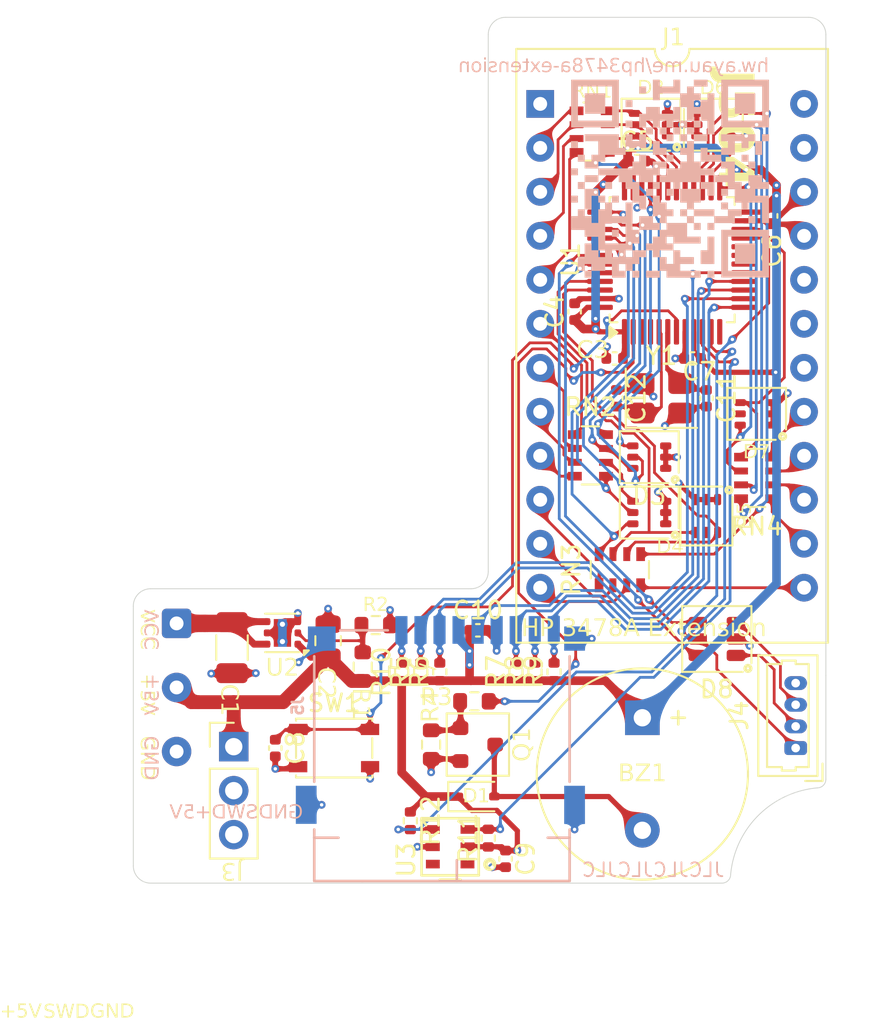
<source format=kicad_pcb>
(kicad_pcb (version 20241229) (generator "pcbnew") (generator_version "9.0")
  (layers (0 "F.Cu" signal) (4 "In1.Cu" power) (6 "In2.Cu" power) (2 "B.Cu" signal) (13 "F.Paste" user) (15 "B.Paste" user) (5 "F.SilkS" user "F.Silkscreen") (7 "B.SilkS" user "B.Silkscreen") (1 "F.Mask" user) (3 "B.Mask" user) (25 "Edge.Cuts" user))
  (net 0 "")
  (net 1 "GND")
  (net 2 "/SWIO")
  (net 3 "Net-(BZ1--)")
  (net 4 "VCC")
  (net 5 "Net-(J1-REN)")
  (net 6 "/EOI")
  (net 7 "/DIO7")
  (net 8 "/DIO5")
  (net 9 "/DIO2")
  (net 10 "/DIO6")
  (net 11 "/DIO8")
  (net 12 "/DAV")
  (net 13 "/ATN")
  (net 14 "/DIO3")
  (net 15 "/BUZZ")
  (net 16 "/DIO4")
  (net 17 "/DIO1")
  (net 18 "Net-(Q1-G)")
  (net 19 "Net-(U2-FB)")
  (net 21 "/NDAC")
  (net 22 "/NRFD")
  (net 23 "/SRQ")
  (net 24 "/IFC")
  (net 25 "/REN")
  (net 26 "Net-(J1-DIO7)")
  (net 27 "Net-(J1-DIO1)")
  (net 28 "Net-(J1-DIO5)")
  (net 29 "Net-(J1-NDAC)")
  (net 30 "Net-(J1-DIO4)")
  (net 31 "Net-(J1-ATN)")
  (net 32 "Net-(J1-DIO6)")
  (net 33 "Net-(J1-EOI)")
  (net 34 "Net-(J1-DIO8)")
  (net 35 "Net-(J1-NRFD)")
  (net 36 "Net-(J1-DIO2)")
  (net 37 "Net-(J1-DIO3)")
  (net 38 "Net-(J1-SRQ)")
  (net 39 "Net-(J1-DAV)")
  (net 40 "Net-(J1-IFC)")
  (net 43 "/USBFS_DP")
  (net 44 "/USBFS_DN")
  (net 45 "/SPI1_SCK")
  (net 47 "/I2C_SCL")
  (net 48 "VDD")
  (net 49 "/nRST")
  (net 50 "/VBUS")
  (net 51 "/USB_IN_D_N")
  (net 52 "/USB_IN_D_P")
  (net 54 "/SPI1_MISO")
  (net 55 "/SWDIO")
  (net 56 "/SWCLK")
  (net 57 "/BOOT1")
  (net 58 "/BOOT0")
  (net 59 "/SPI1_NSS")
  (net 61 "/SPI1_MOSI")
  (net 63 "/I2C_SDA")
  (net 65 "Net-(U1-OSC_OUT)")
  (net 66 "Net-(U1-OSC_IN)")
  (net 67 "/CARD_DET")
  (net 70 "Net-(J5-DAT2)")
  (net 71 "Net-(J5-DAT1)")
  (footprint "Button_Switch_SMD:SW_SPST_PTS810" (layer "F.Cu") (at 39.1 80.2)
    (property "Reference" "SW1")
    (property "Value" "RST")
  )
  (footprint "Connector_Wire:SolderWire-0.127sqmm_1x03_P3.7mm_D0.48mm_OD1mm" (layer "F.Cu") (at 30 73 -90)
    (property "Reference" "J2" (hide yes))
    (property "Value" "Pwr")
  )
  (footprint "Capacitor_SMD:C_1206_3216Metric" (layer "F.Cu") (at 33.2 74.4 -90)
    (property "Reference" "C1")
    (property "Value" "10u")
  )
  (footprint "Resistor_SMD:R_0402_1005Metric" (layer "F.Cu") (at 51.8 75.8 90)
    (property "Reference" "R9")
    (property "Value" "47k")
  )
  (footprint "Resistor_SMD:R_Array_Convex_4x0603" (layer "F.Cu") (at 63.5 64.6 180)
    (property "Reference" "RN4")
    (property "Value" "R_Pack04")
  )
  (footprint "Capacitor_SMD:C_0402_1005Metric" (layer "F.Cu") (at 59.8 57.7 180)
    (property "Reference" "C7")
    (property "Value" "100n")
  )
  (footprint "Resistor_SMD:R_Array_Convex_4x0603" (layer "F.Cu") (at 54 44.6)
    (property "Reference" "RN1")
    (property "Value" "R_Pack04")
  )
  (footprint "Miiine:AHT20" (layer "F.Cu") (at 45.8 85.9 90)
    (property "Reference" "U3")
    (property "Value" "AHT20")
  )
  (footprint "PCM_Package_TO_SOT_SMD_AKL:SOT-363_SC-70-6" (layer "F.Cu") (at 61 44.2)
    (property "Reference" "D6")
    (property "Value" "BAT54TW" (hide yes))
  )
  (footprint "PCM_Package_TO_SOT_SMD_AKL:SOT-23" (layer "F.Cu") (at 47.4 80)
    (property "Reference" "Q1")
    (property "Value" "BSS138" (hide yes))
  )
  (footprint "PCM_Package_TO_SOT_SMD_AKL:SOT-23-6" (layer "F.Cu") (at 61.2 73.9 180)
    (property "Reference" "D8")
    (property "Value" "USBLC6-2SC6" (hide yes))
  )
  (footprint "Crystal:Crystal_SMD_3225-4Pin_3.2x2.5mm" (layer "F.Cu") (at 58 60)
    (property "Reference" "Y1")
    (property "Value" "24MHz, 10pF")
  )
  (footprint "Capacitor_SMD:C_0402_1005Metric" (layer "F.Cu") (at 49 86.6 -90)
    (property "Reference" "C9")
    (property "Value" "100n")
  )
  (footprint "Resistor_SMD:R_0603_1608Metric" (layer "F.Cu") (at 40.75 75.5 90)
    (property "Reference" "R1")
    (property "Value" "430k")
  )
  (footprint "Capacitor_SMD:C_0402_1005Metric" (layer "F.Cu") (at 52.99 55 90)
    (property "Reference" "C4")
    (property "Value" "100n")
  )
  (footprint "Resistor_SMD:R_0402_1005Metric" (layer "F.Cu") (at 45.2 75.8 90)
    (property "Reference" "R6")
    (property "Value" "47k")
  )
  (footprint "Connector_PinHeader_2.54mm:PinHeader_1x03_P2.54mm_Vertical" (layer "F.Cu") (at 33.3 80.12)
    (property "Reference" "J3")
    (property "Value" "Debug")
  )
  (footprint "Resistor_SMD:R_0603_1608Metric" (layer "F.Cu") (at 47.2 77.5 180)
    (property "Reference" "R3")
    (property "Value" "1k")
  )
  (footprint "Package_SON:WSON-6-1EP_2x2mm_P0.65mm_EP1x1.6mm_ThermalVias" (layer "F.Cu") (at 36.1125 73.55 180)
    (property "Reference" "U2")
    (property "Value" "TLV76701DRVx")
  )
  (footprint "Resistor_SMD:R_Array_Convex_4x0603" (layer "F.Cu") (at 55.6 69.9 90)
    (property "Reference" "RN3")
    (property "Value" "R_Pack04")
  )
  (footprint "Capacitor_SMD:C_0402_1005Metric" (layer "F.Cu") (at 35.7 80.2 -90)
    (property "Reference" "C8")
    (property "Value" "100n")
  )
  (footprint "Connector_Molex:Molex_PicoBlade_53047-0410_1x04_P1.25mm_Vertical" (layer "F.Cu") (at 65.755 80.2 90)
    (property "Reference" "J4")
    (property "Value" "USB")
  )
  (footprint "Resistor_SMD:R_0402_1005Metric" (layer "F.Cu") (at 50.7 75.8 90)
    (property "Reference" "R8")
    (property "Value" "47k")
  )
  (footprint "Resistor_SMD:R_0603_1608Metric" (layer "F.Cu") (at 44.7 80 90)
    (property "Reference" "R4")
    (property "Value" "10k")
  )
  (footprint "Resistor_SMD:R_0402_1005Metric" (layer "F.Cu") (at 43 75.8 90)
    (property "Reference" "R10")
    (property "Value" "47k")
  )
  (footprint "Package_QFP:LQFP-48_7x7mm_P0.5mm" (layer "F.Cu") (at 58.62 52 90)
    (property "Reference" "U1")
    (property "Value" "CH32V203CxTx")
  )
  (footprint "Capacitor_SMD:C_0402_1005Metric" (layer "F.Cu") (at 55.4 60 -90)
    (property "Reference" "C12")
    (property "Value" "~10pF")
  )
  (footprint "Resistor_SMD:R_Array_Convex_4x0603" (layer "F.Cu") (at 53.9 63.3)
    (property "Reference" "RN2")
    (property "Value" "R_Pack04")
  )
  (footprint "Capacitor_SMD:C_0402_1005Metric" (layer "F.Cu") (at 64.34 49.47 -90)
    (property "Reference" "C6")
    (property "Value" "100n")
  )
  (footprint "Resistor_SMD:R_0402_1005Metric" (layer "F.Cu") (at 44.1 75.8 90)
    (property "Reference" "R5")
    (property "Value" "47k")
  )
  (footprint "PCM_Package_TO_SOT_SMD_AKL:SOT-363_SC-70-6" (layer "F.Cu") (at 63.5 60.9 180)
    (property "Reference" "D7")
    (property "Value" "BAT54TW" (hide yes))
  )
  (footprint "Capacitor_SMD:C_0402_1005Metric" (layer "F.Cu") (at 55.3 57.7 180)
    (property "Reference" "C3")
    (property "Value" "100n")
  )
  (footprint "PCM_Package_TO_SOT_SMD_AKL:SOT-363_SC-70-6" (layer "F.Cu") (at 60.6 66.8 -90)
    (property "Reference" "D5")
    (property "Value" "BAT54TW" (hide yes))
  )
  (footprint "Capacitor_SMD:C_0402_1005Metric" (layer "F.Cu") (at 60.6 60 -90)
    (property "Reference" "C11")
    (property "Value" "~10pF")
  )
  (footprint "Resistor_SMD:R_0402_1005Metric" (layer "F.Cu") (at 43.5 84.4 -90)
    (property "Reference" "R12")
    (property "Value" "10k")
  )
  (footprint "Package_DIP:DIP-24_18.0mmx34.29mm_W15.24mm_Socket" (layer "F.Cu") (at 51 43)
    (property "Reference" "J1")
    (property "Value" "Conn_GPIB")
  )
  (footprint "Capacitor_SMD:C_0402_1005Metric" (layer "F.Cu") (at 47.4 73.4)
    (property "Reference" "C10")
    (property "Value" "100n")
  )
  (footprint "Resistor_SMD:R_0402_1005Metric" (layer "F.Cu") (at 48 85.4 90)
    (property "Reference" "R11")
    (property "Value" "10k")
  )
  (footprint "Buzzer_Beeper:MagneticBuzzer_StarMicronics_QMB-105" (layer "F.Cu") (at 56.9 78.45 -90)
    (property "Reference" "BZ1")
    (property "Value" "Buzzer")
  )
  (footprint "Resistor_SMD:R_0402_1005Metric" (layer "F.Cu") (at 49.6 75.8 90)
    (property "Reference" "R7")
    (property "Value" "47k")
  )
  (footprint "PCM_Package_TO_SOT_SMD_AKL:SOT-363_SC-70-6" (layer "F.Cu") (at 57.3 66.6 180)
    (property "Reference" "D4")
    (property "Value" "BAT54TW" (hide yes))
  )
  (footprint "PCM_Package_TO_SOT_SMD_AKL:SOT-363_SC-70-6" (layer "F.Cu") (at 57.4 44.2 180)
    (property "Reference" "D2")
    (property "Value" "BAT54TW" (hide yes))
  )
  (footprint "Resistor_SMD:R_0603_1608Metric" (layer "F.Cu") (at 41.5 73.1)
    (property "Reference" "R2")
    (property "Value" "82k")
  )
  (footprint "Capacitor_SMD:C_0805_2012Metric" (layer "F.Cu") (at 38.75 74 90)
    (property "Reference" "C2")
    (property "Value" "10u")
  )
  (footprint "Capacitor_SMD:C_0402_1005Metric" (layer "F.Cu") (at 56.6 46.3)
    (property "Reference" "C5")
    (property "Value" "100n")
  )
  (footprint "PCM_Package_TO_SOT_SMD_AKL:SOT-363_SC-70-6" (layer "F.Cu") (at 57.3 63.4 180)
    (property "Reference" "D3")
    (property "Value" "BAT54TW" (hide yes))
  )
  (footprint "Diode_SMD:D_SOD-323" (layer "F.Cu") (at 47.3 83)
    (property "Reference" "D1")
    (property "Value" "1N4148W")
  )
  (footprint "LOGO" (layer "B.Cu") (at 58.5 47.313769 180)
    (property "Reference" "G***" (hide yes))
    (property "Value" "LOGO" (hide yes))
  )
  (footprint "Miiine:J_SD_Card-micro_socket_A" (layer "B.Cu") (at 46.2 80.4)
    (property "Reference" "J5")
    (property "Value" "Micro_SD_Card_Det1" (hide yes))
  )
  (gr_line (start 44.05 75.35) (end 44.95 75.65) (stroke (width 0.1)) (layer "F.SilkS"))
  (gr_arc (start 66.5 38) (mid 67.207107 38.292893) (end 67.5 39) (stroke (width 0.05)) (layer "Edge.Cuts"))
  (gr_arc (start 28.5 88) (mid 27.792893 87.707107) (end 27.5 87) (stroke (width 0.05)) (layer "Edge.Cuts"))
  (gr_line (start 61.5 88) (end 28.5 88) (stroke (width 0.05)) (layer "Edge.Cuts"))
  (gr_arc (start 48 70) (mid 47.707107 70.707107) (end 47 71) (stroke (width 0.05)) (layer "Edge.Cuts"))
  (gr_line (start 67.5 76) (end 67.5 82) (stroke (width 0.05)) (layer "Edge.Cuts"))
  (gr_arc (start 62 87.499995) (mid 63.594877 84.094873) (end 67 82.5) (stroke (width 0.05)) (layer "Edge.Cuts"))
  (gr_arc (start 48 39) (mid 48.292893 38.292893) (end 49 38) (stroke (width 0.05)) (layer "Edge.Cuts"))
  (gr_line (start 48 70) (end 48 39) (stroke (width 0.05)) (layer "Edge.Cuts"))
  (gr_line (start 28.5 71) (end 47 71) (stroke (width 0.05)) (layer "Edge.Cuts"))
  (gr_arc (start 62 87.499995) (mid 61.853555 87.853552) (end 61.5 88) (stroke (width 0.05)) (layer "Edge.Cuts"))
  (gr_line (start 67.5 39) (end 67.5 76) (stroke (width 0.05)) (layer "Edge.Cuts"))
  (gr_line (start 49 38) (end 66.5 38) (stroke (width 0.05)) (layer "Edge.Cuts"))
  (gr_line (start 27.5 87) (end 27.5 72) (stroke (width 0.05)) (layer "Edge.Cuts"))
  (gr_arc (start 67.5 82) (mid 67.353556 82.353551) (end 67.000006 82.5) (stroke (width 0.05)) (layer "Edge.Cuts"))
  (gr_arc (start 27.5 72) (mid 27.792893 71.292893) (end 28.5 71) (stroke (width 0.05)) (layer "Edge.Cuts"))
  (gr_text "SWD" (at 22.3 95.92 0) (layer "F.SilkS") (effects (font (size 0.8 0.8) (thickness 0.1)) (justify left bottom)))
  (gr_text "VCC" (at 27.8 72.2 270) (layer "F.SilkS") (effects (font (size 0.8 0.8) (thickness 0.1)) (justify left bottom)))
  (gr_text "+5V" (at 19.8 95.9 0) (layer "F.SilkS") (effects (font (size 0.8 0.8) (thickness 0.1)) (justify left bottom)))
  (gr_text "GND" (at 25 95.9 0) (layer "F.SilkS") (effects (font (size 0.8 0.8) (thickness 0.1)) (justify left bottom)))
  (gr_text "J504" (at 61 41 270) (layer "F.SilkS") (effects (font (size 2 2) (thickness 0.3) (bold yes)) (justify left bottom)))
  (gr_text "+5V" (at 27.8 75.9 270) (layer "F.SilkS") (effects (font (size 0.8 0.8) (thickness 0.1)) (justify left bottom)))
  (gr_text "GND" (at 27.8 79.5 270) (layer "F.SilkS") (effects (font (size 0.8 0.8) (thickness 0.1)) (justify left bottom)))
  (gr_text "HP 3478A Extension" (at 49.9 73.9 0) (layer "F.SilkS") (effects (font (size 1 1) (thickness 0.1)) (justify left bottom)))
  (gr_text "GND" (at 29.1 79.5 -270) (layer "B.SilkS") (effects (font (size 0.8 0.8) (thickness 0.1)) (justify left bottom mirror)))
  (gr_text "hw.ayau.me/hp3478a-extension" (at 64.213769 41.3 0) (layer "B.SilkS") (effects (font (size 0.8 0.8) (thickness 0.1)) (justify left bottom mirror)))
  (gr_text "SWD" (at 34.7 84.4 -0) (layer "B.SilkS") (effects (font (size 0.8 0.8) (thickness 0.1)) (justify left bottom mirror)))
  (gr_text "+5V" (at 29.1 75.9 -270) (layer "B.SilkS") (effects (font (size 0.8 0.8) (thickness 0.1)) (justify left bottom mirror)))
  (gr_text "JLCJLCJLCJLC" (at 61.7 87.7 0) (layer "B.SilkS") (effects (font (size 0.8 0.8) (thickness 0.1)) (justify left bottom mirror)))
  (gr_text "+5V" (at 32 84.4 0) (layer "B.SilkS") (effects (font (size 0.8 0.8) (thickness 0.1)) (justify left bottom mirror)))
  (gr_text "GND" (at 37.3 84.4 -0) (layer "B.SilkS") (effects (font (size 0.8 0.8) (thickness 0.1)) (justify left bottom mirror)))
  (gr_text "VCC" (at 29.1 72.2 -270) (layer "B.SilkS") (effects (font (size 0.8 0.8) (thickness 0.1)) (justify left bottom mirror)))
  (segment (start 36.9 81.4) (end 37.025 81.275) (width 0.3) (layer "F.Cu") (net 1))
  (segment (start 56.53 59.52) (end 56.9 59.15) (width 0.16) (layer "F.Cu") (net 1))
  (segment (start 35.7 80.68) (end 35.7 81.4) (width 0.3) (layer "F.Cu") (net 1))
  (segment (start 36.2625 72.9) (end 36.1125 73.05) (width 0.4) (layer "F.Cu") (net 1))
  (segment (start 60.05 44.2) (end 59.2 44.2) (width 0.3) (layer "F.Cu") (net 1))
  (segment (start 60.6 60.48) (end 59.47 60.48) (width 0.16) (layer "F.Cu") (net 1))
  (segment (start 55.4 59.52) (end 56.53 59.52) (width 0.16) (layer "F.Cu") (net 1))
  (segment (start 54.863734 57.013734) (end 54.863734 57.186266) (width 0.16) (layer "F.Cu") (net 1))
  (segment (start 64.45 60.25) (end 64.75 60.25) (width 0.3) (layer "F.Cu") (net 1))
  (segment (start 54.863734 57.186266) (end 54.82 57.23) (width 0.16) (layer "F.Cu") (net 1))
  (segment (start 64.57 49.75) (end 66.24 48.08) (width 0.3) (layer "F.Cu") (net 1))
  (segment (start 62.7 73.9) (end 62.3 73.9) (width 0.16) (layer "F.Cu") (net 1))
  (segment (start 44.7 80.825) (end 44.7 81.6) (width 0.3) (layer "F.Cu") (net 1))
  (segment (start 64.34 49.95) (end 64.14 49.75) (width 0.3) (layer "F.Cu") (net 1))
  (segment (start 59.37 56.1625) (end 59.37 57.65) (width 0.3) (layer "F.Cu") (net 1))
  (segment (start 64.14 49.75) (end 64.57 49.75) (width 0.3) (layer "F.Cu") (net 1))
  (segment (start 37 72.9) (end 37 72.4) (width 0.4) (layer "F.Cu") (net 1))
  (segment (start 53.26 54.25) (end 54.4575 54.25) (width 0.3) (layer "F.Cu") (net 1))
  (segment (start 60.05 43) (end 60.05 44.85) (width 0.3) (layer "F.Cu") (net 1))
  (segment (start 56.9 59.15) (end 56.9 59.257388) (width 0.16) (layer "F.Cu") (net 1))
  (segment (start 57.4 46.3) (end 57.08 46.3) (width 0.3) (layer "F.Cu") (net 1))
  (segment (start 57.7 46.6) (end 57.4 46.3) (width 0.3) (layer "F.Cu") (net 1))
  (segment (start 38.75 72.15) (end 38.75 73.05) (width 0.3) (layer "F.Cu") (net 1))
  (segment (start 35.7 81.4) (end 36.9 81.4) (width 0.3) (layer "F.Cu") (net 1))
  (segment (start 63.1 74.3) (end 62.7 73.9) (width 0.16) (layer "F.Cu") (net 1))
  (segment (start 37 72.9) (end 36.2625 72.9) (width 0.4) (layer "F.Cu") (net 1))
  (segment (start 58.35 44.2) (end 59.2 44.2) (width 0.3) (layer "F.Cu") (net 1))
  (segment (start 59 64.9) (end 59.95 65.85) (width 0.3) (layer "F.Cu") (net 1))
  (segment (start 55.55 54.25) (end 54.4575 54.25) (width 0.3) (layer "F.Cu") (net 1))
  (segment (start 56.37 47.01) (end 57.08 46.3) (width 0.3) (layer "F.Cu") (net 1))
  (segment (start 64.14 49.75) (end 62.7825 49.75) (width 0.3) (layer "F.Cu") (net 1))
  (segment (start 34.575 75.875) (end 33.2 75.875) (width 0.3) (layer "F.Cu") (net 1))
  (segment (start 35.225 73.55) (end 36.1125 73.55) (width 0.3) (layer "F.Cu") (net 1))
  (segment (start 58.2 61.6) (end 58.95 60.85) (width 0.16) (layer "F.Cu") (net 1))
  (segment (start 56.9 59.257388) (end 57.545001 59.902389) (width 0.16) (layer "F.Cu") (net 1))
  (segment (start 59.47 60.48) (end 59.1 60.85) (width 0.16) (layer "F.Cu") (net 1))
  (segment (start 58.25 63.4) (end 58.9 63.4) (width 0.3) (layer "F.Cu") (net 1))
  (segment (start 56.37 47.8375) (end 56.37 47.01) (width 0.3) (layer "F.Cu") (net 1))
  (segment (start 65.57 49.95) (end 66.24 50.62) (width 0.3) (layer "F.Cu") (net 1))
  (segment (start 52.99 54.52) (end 53.26 54.25) (width 0.3) (layer "F.Cu") (net 1))
  (segment (start 46.275 80.825) (end 46.4 80.95) (width 0.3) (layer "F.Cu") (net 1))
  (segment (start 33.175 75.9) (end 33.2 75.875) (width 0.3) (layer "F.Cu") (net 1))
  (segment (start 58.25 64.05) (end 58.25 62.75) (width 0.3) (layer "F.Cu") (net 1))
  (segment (start 44.7 80.825) (end 46.275 80.825) (width 0.3) (layer "F.Cu") (net 1))
  (segment (start 32 75.9) (end 33.175 75.9) (width 0.3) (layer "F.Cu") (net 1))
  (segment (start 44.8 85.9) (end 43.9 85.9) (width 0.3) (layer "F.Cu") (net 1))
  (segment (start 54.82 57.23) (end 54.82 57.7) (width 0.16) (layer "F.Cu") (net 1))
  (segment (start 58.35 43) (end 58.35 44.85) (width 0.3) (layer "F.Cu") (net 1))
  (segment (start 58.25 65.85) (end 58.25 65.95) (width 0.3) (layer "F.Cu") (net 1))
  (segment (start 58.95 60.85) (end 59.1 60.85) (width 0.16) (layer "F.Cu") (net 1))
  (segment (start 57.8 65.4) (end 58.25 65.85) (width 0.3) (layer "F.Cu") (net 1))
  (segment (start 61.25 65.85) (end 59.95 65.85) (width 0.3) (layer "F.Cu") (net 1))
  (segment (start 42.325 72.225) (end 42.325 73.1) (width 0.16) (layer "F.Cu") (net 1))
  (segment (start 64.45 61.55) (end 64.45 60.25) (width 0.3) (layer "F.Cu") (net 1))
  (segment (start 59.32 57.7) (end 58.8 57.7) (width 0.3) (layer "F.Cu") (net 1))
  (segment (start 48.22 87.08) (end 49 87.08) (width 0.3) (layer "F.Cu") (net 1))
  (segment (start 58.25 65.95) (end 58.25 67.25) (width 0.3) (layer "F.Cu") (net 1))
  (segment (start 48.484968 74.584968) (end 48.484968 74.004968) (width 0.4) (layer "F.Cu") (net 1))
  (segment (start 64.75 60.25) (end 65.3 59.7) (width 0.3) (layer "F.Cu") (net 1))
  (segment (start 41.175 81.975) (end 41.175 81.275) (width 0.3) (layer "F.Cu") (net 1))
  (segment (start 59.37 57.65) (end 59.32 57.7) (width 0.3) (layer "F.Cu") (net 1))
  (segment (start 64.34 49.95) (end 65.57 49.95) (width 0.3) (layer "F.Cu") (net 1))
  (segment (start 48.484968 74.004968) (end 47.88 73.4) (width 0.4) (layer "F.Cu") (net 1))
  (via (at 53.978145 73.878145) (size 0.45) (drill 0.2) (layers "F.Cu" "B.Cu") (net 1))
  (via (at 58.2 61.6) (size 0.45) (drill 0.2) (layers "F.Cu" "B.Cu") (net 1))
  (via (at 57.8 65.4) (size 0.45) (drill 0.2) (layers "F.Cu" "B.Cu") (net 1))
  (via (at 37.05 75.25) (size 0.45) (drill 0.2) (layers "F.Cu" "B.Cu") (net 1))
  (via (at 43.9 85.9) (size 0.45) (drill 0.2) (layers "F.Cu" "B.Cu") (net 1))
  (via (at 58.8 57.7) (size 0.45) (drill 0.2) (layers "F.Cu" "B.Cu") (net 1))
  (via (at 63.1 74.3) (size 0.45) (drill 0.2) (layers "F.Cu" "B.Cu") (net 1))
  (via (at 38.75 72.15) (size 0.45) (drill 0.2) (layers "F.Cu" "B.Cu") (net 1))
  (via (at 54.863734 57.013734) (size 0.45) (drill 0.2) (layers "F.Cu" "B.Cu") (net 1))
  (via (at 48.22 87.08) (size 0.45) (drill 0.2) (layers "F.Cu" "B.Cu") (net 1))
  (via (at 58.35 43) (size 0.45) (drill 0.2) (layers "F.Cu" "B.Cu") (net 1))
  (via (at 37 72.4) (size 0.45) (drill 0.2) (layers "F.Cu" "B.Cu") (net 1))
  (via (at 34.575 75.875) (size 0.45) (drill 0.2) (layers "F.Cu" "B.Cu") (net 1))
  (via (at 65.3 59.7) (size 0.45) (drill 0.2) (layers "F.Cu" "B.Cu") (net 1))
  (via (at 44.7 81.6) (size 0.45) (drill 0.2) (layers "F.Cu" "B.Cu") (net 1))
  (via (at 48.484968 74.584968) (size 0.45) (drill 0.2) (layers "F.Cu" "B.Cu") (net 1))
  (via (at 35.7 81.4) (size 0.45) (drill 0.2) (layers "F.Cu" "B.Cu") (net 1))
  (via (at 58.9 63.4) (size 0.45) (drill 0.2) (layers "F.Cu" "B.Cu") (net 1))
  (via (at 59 64.9) (size 0.45) (drill 0.2) (layers "F.Cu" "B.Cu") (net 1))
  (via (at 52.984968 84.9) (size 0.45) (drill 0.2) (layers "F.Cu" "B.Cu") (net 1))
  (via (at 59.2 44.2) (size 0.45) (drill 0.2) (layers "F.Cu" "B.Cu") (net 1))
  (via (at 38.378145 83.478145) (size 0.45) (drill 0.2) (layers "F.Cu" "B.Cu") (net 1))
  (via (at 32 75.9) (size 0.45) (drill 0.2) (layers "F.Cu" "B.Cu") (net 1))
  (via (at 55.55 54.25) (size 0.45) (drill 0.2) (layers "F.Cu" "B.Cu") (net 1))
  (via (at 41.175 81.975) (size 0.45) (drill 0.2) (layers "F.Cu" "B.Cu") (net 1))
  (via (at 57.7 46.6) (size 0.45) (drill 0.2) (layers "F.Cu" "B.Cu") (net 1))
  (via (at 60.05 43) (size 0.45) (drill 0.2) (layers "F.Cu" "B.Cu") (net 1))
  (via (at 57.545001 59.902389) (size 0.45) (drill 0.2) (layers "F.Cu" "B.Cu") (net 1))
  (via (at 42.325 72.225) (size 0.45) (drill 0.2) (layers "F.Cu" "B.Cu") (net 1))
  (segment (start 53.978145 73.878145) (end 52.984968 73.878145) (width 0.3) (layer "B.Cu") (net 1))
  (segment (start 48.484968 74.584968) (end 48.484968 73.378145) (width 0.4) (layer "B.Cu") (net 1))
  (segment (start 52.984968 84.9) (end 52.984968 83.478145) (width 0.3) (layer "B.Cu") (net 1))
  (segment (start 38.384968 73.915032) (end 38.384968 73.878145) (width 0.16) (layer "B.Cu") (net 1))
  (segment (start 38.378145 83.478145) (end 37.484968 83.478145) (width 0.3) (layer "B.Cu") (net 1))
  (segment (start 37.05 75.25) (end 38.384968 73.915032) (width 0.16) (layer "B.Cu") (net 1))
  (segment (start 56.9 84.95) (end 54.95 83) (width 0.3) (layer "F.Cu") (net 3))
  (segment (start 48.35 83) (end 48.35 80.05) (width 0.3) (layer "F.Cu") (net 3))
  (segment (start 48.35 80.05) (end 48.4 80) (width 0.3) (layer "F.Cu") (net 3))
  (segment (start 54.95 83) (end 48.35 83) (width 0.3) (layer "F.Cu") (net 3))
  (segment (start 33.125 73) (end 33.2 72.925) (width 1) (layer "F.Cu") (net 4))
  (segment (start 34.475 74.2) (end 35.225 74.2) (width 0.4) (layer "F.Cu") (net 4))
  (segment (start 30 73) (end 33.125 73) (width 1) (layer "F.Cu") (net 4))
  (segment (start 33.225 72.9) (end 33.2 72.925) (width 0.4) (layer "F.Cu") (net 4))
  (segment (start 33.2 72.925) (end 34.475 74.2) (width 0.4) (layer "F.Cu") (net 4))
  (segment (start 35.225 72.9) (end 33.225 72.9) (width 0.4) (layer "F.Cu") (net 4))
  (segment (start 64.4 62.62) (end 64.4 63.4) (width 0.16) (layer "F.Cu") (net 5))
  (segment (start 66.24 60.78) (end 64.4 62.62) (width 0.16) (layer "F.Cu") (net 5))
  (segment (start 55 63.7) (end 54.8 63.7) (width 0.16) (layer "F.Cu") (net 6))
  (segment (start 55.705118 64.405118) (end 55 63.7) (width 0.16) (layer "F.Cu") (net 6))
  (segment (start 55.45 50.25) (end 54.4575 50.25) (width 0.16) (layer "F.Cu") (net 6))
  (segment (start 55.705118 65.305118) (end 56.35 65.95) (width 0.16) (layer "F.Cu") (net 6))
  (segment (start 55.8 50.6) (end 55.45 50.25) (width 0.16) (layer "F.Cu") (net 6))
  (segment (start 55.705118 64.95) (end 55.705118 64.405118) (width 0.16) (layer "F.Cu") (net 6))
  (segment (start 56.6 50.6) (end 55.8 50.6) (width 0.16) (layer "F.Cu") (net 6))
  (segment (start 55.705118 64.95) (end 55.705118 65.305118) (width 0.16) (layer "F.Cu") (net 6))
  (via (at 56.6 50.6) (size 0.45) (drill 0.2) (layers "F.Cu" "B.Cu") (net 6))
  (via (at 55.705118 64.95) (size 0.45) (drill 0.2) (layers "F.Cu" "B.Cu") (net 6))
  (segment (start 53.5 62.744882) (end 53.5 61.232082) (width 0.16) (layer "B.Cu") (net 6))
  (segment (start 53.5 61.232082) (end 56.748 57.984082) (width 0.16) (layer "B.Cu") (net 6))
  (segment (start 56.748 50.748) (end 56.6 50.6) (width 0.16) (layer "B.Cu") (net 6))
  (segment (start 55.705118 64.95) (end 53.5 62.744882) (width 0.16) (layer "B.Cu") (net 6))
  (segment (start 56.748 57.984082) (end 56.748 50.748) (width 0.16) (layer "B.Cu") (net 6))
  (segment (start 60.87 47.8375) (end 60.87 47.039821) (width 0.16) (layer "F.Cu") (net 7))
  (segment (start 62.9 44.85) (end 61.95 44.85) (width 0.16) (layer "F.Cu") (net 7))
  (segment (start 60.87 47.039821) (end 61.95 45.959821) (width 0.16) (layer "F.Cu") (net 7))
  (segment (start 63.334 65.3) (end 63.034 65) (width 0.16) (layer "F.Cu") (net 7))
  (segment (start 63.034 65) (end 62.6 65) (width 0.16) (layer "F.Cu") (net 7))
  (segment (start 61.95 45.959821) (end 61.95 44.85) (width 0.16) (layer "F.Cu") (net 7))
  (via (at 63.334 65.3) (size 0.45) (drill 0.2) (layers "F.Cu" "B.Cu") (net 7))
  (via (at 62.9 44.85) (size 0.45) (drill 0.2) (layers "F.Cu" "B.Cu") (net 7))
  (segment (start 63.478 45.428) (end 62.9 44.85) (width 0.16) (layer "B.Cu") (net 7))
  (segment (start 63.478 65.156) (end 63.478 45.428) (width 0.16) (layer "B.Cu") (net 7))
  (segment (start 63.334 65.3) (end 63.478 65.156) (width 0.16) (layer "B.Cu") (net 7))
  (segment (start 59.87 47.13) (end 59.87 47.8375) (width 0.16) (layer "F.Cu") (net 8))
  (segment (start 61.95 43.55) (end 61.625001 43.55) (width 0.16) (layer "F.Cu") (net 8))
  (segment (start 64.1 43.55) (end 61.95 43.55) (width 0.16) (layer "F.Cu") (net 8))
  (segment (start 61.625001 43.55) (end 60.7 44.475001) (width 0.16) (layer "F.Cu") (net 8))
  (segment (start 61.043468 69) (end 56.8 69) (width 0.16) (layer "F.Cu") (net 8))
  (segment (start 63.671734 66.371734) (end 61.043468 69) (width 0.16) (layer "F.Cu") (net 8))
  (segment (start 60.7 46.3) (end 59.87 47.13) (width 0.16) (layer "F.Cu") (net 8))
  (segment (start 60.7 44.475001) (end 60.7 46.3) (width 0.16) (layer "F.Cu") (net 8))
  (via (at 63.671734 66.371734) (size 0.45) (drill 0.2) (layers "F.Cu" "B.Cu") (net 8))
  (via (at 64.1 43.55) (size 0.45) (drill 0.2) (layers "F.Cu" "B.Cu") (net 8))
  (segment (start 64.1 65.9) (end 64.1 43.55) (width 0.16) (layer "B.Cu") (net 8))
  (segment (start 63.671734 66.328266) (end 64.1 65.9) (width 0.16) (layer "B.Cu") (net 8))
  (segment (start 63.671734 66.371734) (end 63.671734 66.328266) (width 0.16) (layer "B.Cu") (net 8))
  (segment (start 52.65 53.25) (end 52.031 53.869) (width 0.16) (layer "F.Cu") (net 9))
  (segment (start 52.031001 56.291181) (end 53.7 57.96018) (width 0.16) (layer "F.Cu") (net 9))
  (segment (start 55.2 68.8) (end 56.25 67.75) (width 0.16) (layer "F.Cu") (net 9))
  (segment (start 53.7 60.189) (end 54.811 61.3) (width 0.16) (layer "F.Cu") (net 9))
  (segment (start 53.7 57.96018) (end 53.7 60.189) (width 0.16) (layer "F.Cu") (net 9))
  (segment (start 57.289 67.739) (end 57.3 67.75) (width 0.16) (layer "F.Cu") (net 9))
  (segment (start 57.3 67.75) (end 59.95 67.75) (width 0.16) (layer "F.Cu") (net 9))
  (segment (start 54.941626 61.3) (end 54.943626 61.302) (width 0.16) (layer "F.Cu") (net 9))
  (segment (start 54.811 61.3) (end 54.941626 61.3) (width 0.16) (layer "F.Cu") (net 9))
  (segment (start 52.031 53.869) (end 52.031001 56.291181) (width 0.16) (layer "F.Cu") (net 9))
  (segment (start 54.4575 53.25) (end 52.65 53.25) (width 0.16) (layer "F.Cu") (net 9))
  (segment (start 54.943626 61.302) (end 55.102 61.302) (width 0.16) (layer "F.Cu") (net 9))
  (segment (start 55.2 69) (end 55.2 68.8) (width 0.16) (layer "F.Cu") (net 9))
  (segment (start 57.289 62.889) (end 57.289 67.739) (width 0.16) (layer "F.Cu") (net 9))
  (segment (start 56.41991 62.01991) (end 57.289 62.889) (width 0.16) (layer "F.Cu") (net 9))
  (segment (start 55.81991 62.01991) (end 56.41991 62.01991) (width 0.16) (layer "F.Cu") (net 9))
  (segment (start 55.102 61.302) (end 55.81991 62.01991) (width 0.16) (layer "F.Cu") (net 9))
  (segment (start 56.25 67.75) (end 57.3 67.75) (width 0.16) (layer "F.Cu") (net 9))
  (segment (start 61.95 44.2) (end 61.625001 44.2) (width 0.16) (layer "F.Cu") (net 10))
  (segment (start 62.75 66.65) (end 62.6 66.5) (width 0.16) (layer "F.Cu") (net 10))
  (segment (start 61.625001 44.2) (end 61.011 44.814001) (width 0.16) (layer "F.Cu") (net 10))
  (segment (start 63.5 44.2) (end 61.95 44.2) (width 0.16) (layer "F.Cu") (net 10))
  (segment (start 61.011 46.459001) (end 60.37 47.100001) (width 0.16) (layer "F.Cu") (net 10))
  (segment (start 61.011 44.814001) (end 61.011 46.459001) (width 0.16) (layer "F.Cu") (net 10))
  (segment (start 60.37 47.100001) (end 60.37 47.8375) (width 0.16) (layer "F.Cu") (net 10))
  (segment (start 62.6 66.5) (end 62.6 65.8) (width 0.16) (layer "F.Cu") (net 10))
  (via (at 62.75 66.65) (size 0.45) (drill 0.2) (layers "F.Cu" "B.Cu") (net 10))
  (via (at 63.5 44.2) (size 0.45) (drill 0.2) (layers "F.Cu" "B.Cu") (net 10))
  (segment (start 63.789 65.611) (end 63.789 44.489) (width 0.16) (layer "B.Cu") (net 10))
  (segment (start 63.789 44.489) (end 63.5 44.2) (width 0.16) (layer "B.Cu") (net 10))
  (segment (start 62.75 66.65) (end 63.789 65.611) (width 0.16) (layer "B.Cu") (net 10))
  (segment (start 62.55 62.25) (end 61.8 63) (width 0.16) (layer "F.Cu") (net 11))
  (segment (start 63.023 47.8) (end 62.9855 47.8375) (width 0.16) (layer "F.Cu") (net 11))
  (segment (start 61.8 63.712) (end 62.288 64.2) (width 0.16) (layer "F.Cu") (net 11))
  (segment (start 62.55 61.55) (end 62.55 62.25) (width 0.16) (layer "F.Cu") (net 11))
  (segment (start 62.288 64.2) (end 62.6 64.2) (width 0.16) (layer "F.Cu") (net 11))
  (segment (start 62.9855 47.8375) (end 61.37 47.8375) (width 0.16) (layer "F.Cu") (net 11))
  (segment (start 61.8 63) (end 61.8 63.712) (width 0.16) (layer "F.Cu") (net 11))
  (via (at 62.55 62.25) (size 0.45) (drill 0.2) (layers "F.Cu" "B.Cu") (net 11))
  (via (at 63.023 47.8) (size 0.45) (drill 0.2) (layers "F.Cu" "B.Cu") (net 11))
  (segment (start 63.167 61.633) (end 63.167 47.944) (width 0.16) (layer "B.Cu") (net 11))
  (segment (start 62.55 62.25) (end 63.167 61.633) (width 0.16) (layer "B.Cu") (net 11))
  (segment (start 63.167 47.944) (end 63.023 47.8) (width 0.16) (layer "B.Cu") (net 11))
  (segment (start 56.15 64.05) (end 56.35 64.05) (width 0.16) (layer "F.Cu") (net 12))
  (segment (start 56.915 50) (end 55.7 50) (width 0.16) (layer "F.Cu") (net 12))
  (segment (start 54.8 62.9) (end 55 62.9) (width 0.16) (layer "F.Cu") (net 12))
  (segment (start 55 62.9) (end 56.15 64.05) (width 0.16) (layer "F.Cu") (net 12))
  (segment (start 55.7 50) (end 55.45 49.75) (width 0.16) (layer "F.Cu") (net 12))
  (segment (start 54 62.4) (end 54.5 62.9) (width 0.16) (layer "F.Cu") (net 12))
  (segment (start 54.5 62.9) (end 54.8 62.9) (width 0.16) (layer "F.Cu") (net 12))
  (segment (start 55.45 49.75) (end 54.4575 49.75) (width 0.16) (layer "F.Cu") (net 12))
  (via (at 54 62.4) (size 0.45) (drill 0.2) (layers "F.Cu" "B.Cu") (net 12))
  (via (at 56.915 50) (size 0.45) (drill 0.2) (layers "F.Cu" "B.Cu") (net 12))
  (segment (start 57.059 50.144) (end 56.915 50) (width 0.16) (layer "B.Cu") (net 12))
  (segment (start 53.886158 61.285744) (end 57.059 58.112902) (width 0.16) (layer "B.Cu") (net 12))
  (segment (start 53.886158 61.663508) (end 53.886158 61.285744) (width 0.16) (layer "B.Cu") (net 12))
  (segment (start 57.059 58.112902) (end 57.059 50.144) (width 0.16) (layer "B.Cu") (net 12))
  (segment (start 54 62.4) (end 54 61.77735) (width 0.16) (layer "B.Cu") (net 12))
  (segment (start 54 61.77735) (end 53.886158 61.663508) (width 0.16) (layer "B.Cu") (net 12))
  (segment (start 56.774999 43.55) (end 57.7 44.475001) (width 0.16) (layer "F.Cu") (net 13))
  (segment (start 56.45 43.55) (end 56.774999 43.55) (width 0.16) (layer "F.Cu") (net 13))
  (segment (start 59.37 46.690355) (end 59.37 47.8375) (width 0.16) (layer "F.Cu") (net 13))
  (segment (start 56.3 43.4) (end 56.45 43.55) (width 0.16) (layer "F.Cu") (net 13))
  (segment (start 57.7 44.475001) (end 57.7 45.020355) (width 0.16) (layer "F.Cu") (net 13))
  (segment (start 54.9 43.4) (end 56.3 43.4) (width 0.16) (layer "F.Cu") (net 13))
  (segment (start 57.7 45.020355) (end 59.37 46.690355) (width 0.16) (layer "F.Cu") (net 13))
  (segment (start 54.4 69) (end 54.4 68.85) (width 0.16) (layer "F.Cu") (net 14))
  (segment (start 55.275 67.975) (end 56 67.25) (width 0.16) (layer "F.Cu") (net 14))
  (segment (start 56 67.25) (end 56.35 67.25) (width 0.16) (layer "F.Cu") (net 14))
  (segment (start 54.4 68.85) (end 55.275 67.975) (width 0.16) (layer "F.Cu") (net 14))
  (segment (start 55.25 51.25) (end 54.4575 51.25) (width 0.16) (layer "F.Cu") (net 14))
  (segment (start 55.7 51.7) (end 55.25 51.25) (width 0.16) (layer "F.Cu") (net 14))
  (via (at 55.7 51.7) (size 0.45) (drill 0.2) (layers "F.Cu" "B.Cu") (net 14))
  (via (at 55.275 67.975) (size 0.45) (drill 0.2) (layers "F.Cu" "B.Cu") (net 14))
  (segment (start 55.7 51.755) (end 56.089 52.144) (width 0.16) (layer "B.Cu") (net 14))
  (segment (start 52.839001 65.539001) (end 55.275 67.975) (width 0.16) (layer "B.Cu") (net 14))
  (segment (start 56.089 52.144) (end 56.089 57.57118) (width 0.16) (layer "B.Cu") (net 14))
  (segment (start 52.839001 60.821179) (end 52.839001 65.539001) (width 0.16) (layer "B.Cu") (net 14))
  (segment (start 56.089 57.57118) (end 52.839001 60.821179) (width 0.16) (layer "B.Cu") (net 14))
  (segment (start 55.7 51.7) (end 55.7 51.755) (width 0.16) (layer "B.Cu") (net 14))
  (segment (start 52.478 58.544) (end 52.478 58.259945) (width 0.16) (layer "F.Cu") (net 15))
  (segment (start 54.508356 58.508356) (end 54.516712 58.5) (width 0.16) (layer "F.Cu") (net 15))
  (segment (start 55.818554 58.5) (end 56.37 57.948554) (width 0.16) (layer "F.Cu") (net 15))
  (segment (start 52.478 58.259945) (end 51.368055 57.15) (width 0.16) (layer "F.Cu") (net 15))
  (segment (start 48.025 77.5) (end 48.95 77.5) (width 0.16) (layer "F.Cu") (net 15))
  (segment (start 49.75 57.95) (end 49.75 71.25) (width 0.16) (layer "F.Cu") (net 15))
  (segment (start 53.05 74.55) (end 53.05 75.35) (width 0.16) (layer "F.Cu") (net 15))
  (segment (start 54.516712 58.5) (end 55.818554 58.5) (width 0.16) (layer "F.Cu") (net 15))
  (segment (start 49.75 71.25) (end 53.05 74.55) (width 0.16) (layer "F.Cu") (net 15))
  (segment (start 50.55 57.15) (end 49.75 57.95) (width 0.16) (layer "F.Cu") (net 15))
  (segment (start 51.368055 57.15) (end 50.55 57.15) (width 0.16) (layer "F.Cu") (net 15))
  (segment (start 52.934 59) (end 52.478 58.544) (width 0.16) (layer "F.Cu") (net 15))
  (segment (start 56.37 57.948554) (end 56.37 56.1625) (width 0.16) (layer "F.Cu") (net 15))
  (via (at 54.508356 58.508356) (size 0.45) (drill 0.2) (layers "F.Cu" "B.Cu") (net 15))
  (via (at 52.934 59) (size 0.45) (drill 0.2) (layers "F.Cu" "B.Cu") (net 15))
  (via (at 48.95 77.5) (size 0.45) (drill 0.2) (layers "F.Cu" "B.Cu") (net 15))
  (via (at 53.05 75.35) (size 0.45) (drill 0.2) (layers "F.Cu" "B.Cu") (net 15))
  (segment (start 50.9 77.5) (end 48.95 77.5) (width 0.16) (layer "B.Cu") (net 15))
  (segment (start 52.95 59) (end 53.441644 58.508356) (width 0.16) (layer "B.Cu") (net 15))
  (segment (start 53.05 75.35) (end 50.9 77.5) (width 0.16) (layer "B.Cu") (net 15))
  (segment (start 53.441644 58.508356) (end 54.508356 58.508356) (width 0.16) (layer "B.Cu") (net 15))
  (segment (start 52.934 59) (end 52.95 59) (width 0.16) (layer "B.Cu") (net 15))
  (segment (start 55.655152 51.055152) (end 55.35 50.75) (width 0.16) (layer "F.Cu") (net 16))
  (segment (start 54.8 65.195876) (end 54.8 64.5) (width 0.16) (layer "F.Cu") (net 16))
  (segment (start 56.204124 66.6) (end 56.35 66.6) (width 0.16) (layer "F.Cu") (net 16))
  (segment (start 54.802062 65.197938) (end 54.8 65.195876) (width 0.16) (layer "F.Cu") (net 16))
  (segment (start 54.802062 65.197938) (end 56.204124 66.6) (width 0.16) (layer "F.Cu") (net 16))
  (segment (start 56.175734 51.055) (end 56.175582 51.055152) (width 0.16) (layer "F.Cu") (net 16))
  (segment (start 56.175582 51.055152) (end 55.655152 51.055152) (width 0.16) (layer "F.Cu") (net 16))
  (segment (start 55.35 50.75) (end 54.4575 50.75) (width 0.16) (layer "F.Cu") (net 16))
  (via (at 54.802062 65.197938) (size 0.45) (drill 0.2) (layers "F.Cu" "B.Cu") (net 16))
  (via (at 56.175734 51.055) (size 0.45) (drill 0.2) (layers "F.Cu" "B.Cu") (net 16))
  (segment (start 56.4 57.7) (end 56.4 51.279266) (width 0.16) (layer "B.Cu") (net 16))
  (segment (start 56.4 51.279266) (end 56.175734 51.055) (width 0.16) (layer "B.Cu") (net 16))
  (segment (start 53.15 60.95) (end 56.4 57.7) (width 0.16) (layer "B.Cu") (net 16))
  (segment (start 53.15 63.545876) (end 53.15 60.95) (width 0.16) (layer "B.Cu") (net 16))
  (segment (start 54.802062 65.197938) (end 53.15 63.545876) (width 0.16) (layer "B.Cu") (net 16))
  (segment (start 60.104124 66.8) (end 60.583876 66.8) (width 0.16) (layer "F.Cu") (net 17))
  (segment (start 56.548731 61.708911) (end 57.6 62.76018) (width 0.16) (layer "F.Cu") (net 17))
  (segment (start 55.94873 61.70891) (end 56.548731 61.708911) (width 0.16) (layer "F.Cu") (net 17))
  (segment (start 56 68.8) (end 56.494 68.306) (width 0.16) (layer "F.Cu") (net 17))
  (segment (start 60.839876 68.306) (end 61.25 67.895876) (width 0.16) (layer "F.Cu") (net 17))
  (segment (start 57.6 62.76018) (end 57.6 64.295876) (width 0.16) (layer "F.Cu") (net 17))
  (segment (start 60.583876 66.8) (end 61.25 67.466124) (width 0.16) (layer "F.Cu") (net 17))
  (segment (start 54.93982 60.989) (end 55.070447 60.989001) (width 0.16) (layer "F.Cu") (net 17))
  (segment (start 56.494 68.306) (end 60.839876 68.306) (width 0.16) (layer "F.Cu") (net 17))
  (segment (start 55.070447 60.989001) (end 55.072446 60.991) (width 0.16) (layer "F.Cu") (net 17))
  (segment (start 55.230821 60.991001) (end 55.94873 61.70891) (width 0.16) (layer "F.Cu") (net 17))
  (segment (start 54.011 57.83136) (end 54.011 60.06018) (width 0.16) (layer "F.Cu") (net 17))
  (segment (start 55.072446 60.991) (end 55.230821 60.991001) (width 0.16) (layer "F.Cu") (net 17))
  (segment (start 52.342 56.16236) (end 54.011 57.83136) (width 0.16) (layer "F.Cu") (net 17))
  (segment (start 54.011 60.06018) (end 54.93982 60.989) (width 0.16) (layer "F.Cu") (net 17))
  (segment (start 57.6 64.295876) (end 60.104124 66.8) (width 0.16) (layer "F.Cu") (net 17))
  (segment (start 61.25 67.895876) (end 61.25 67.75) (width 0.16) (layer "F.Cu") (net 17))
  (segment (start 61.25 67.466124) (end 61.25 67.75) (width 0.16) (layer "F.Cu") (net 17))
  (segment (start 52.592 53.75) (end 52.342 54) (width 0.16) (layer "F.Cu") (net 17))
  (segment (start 56 69) (end 56 68.8) (width 0.16) (layer "F.Cu") (net 17))
  (segment (start 52.342 54) (end 52.342 56.16236) (width 0.16) (layer "F.Cu") (net 17))
  (segment (start 54.4575 53.75) (end 52.592 53.75) (width 0.16) (layer "F.Cu") (net 17))
  (segment (start 46.4 79.05) (end 46.4 77.525) (width 0.3) (layer "F.Cu") (net 18))
  (segment (start 46.4 77.525) (end 46.375 77.5) (width 0.3) (layer "F.Cu") (net 18))
  (segment (start 46.275 79.175) (end 46.4 79.05) (width 0.3) (layer "F.Cu") (net 18))
  (segment (start 44.7 79.175) (end 46.275 79.175) (width 0.3) (layer "F.Cu") (net 18))
  (segment (start 40.75 73.175) (end 40.675 73.1) (width 0.3) (layer "F.Cu") (net 19))
  (segment (start 40.75 74) (end 40.75 73.175) (width 0.3) (layer "F.Cu") (net 19))
  (segment (start 37 73.55) (end 37.011864 73.55) (width 0.16) (layer "F.Cu") (net 19))
  (segment (start 37.011864 73.55) (end 37.461864 74) (width 0.16) (layer "F.Cu") (net 19))
  (segment (start 37.461864 74) (end 40.75 74) (width 0.16) (layer "F.Cu") (net 19))
  (segment (start 40.75 74.675) (end 40.75 74) (width 0.3) (layer "F.Cu") (net 19))
  (segment (start 54.8 45.8) (end 54.9 45.8) (width 0.16) (layer "F.Cu") (net 21))
  (segment (start 57.87 47.8375) (end 57.87 49.5) (width 0.16) (layer "F.Cu") (net 21))
  (segment (start 54.2 46.4) (end 54.8 45.8) (width 0.16) (layer "F.Cu") (net 21))
  (segment (start 55.85 62.75) (end 55.6 62.5) (width 0.16) (layer "F.Cu") (net 21))
  (segment (start 56.35 62.75) (end 55.85 62.75) (width 0.16) (layer "F.Cu") (net 21))
  (via (at 55.6 62.5) (size 0.45) (drill 0.2) (layers "F.Cu" "B.Cu") (net 21))
  (via (at 57.87 49.5) (size 0.45) (drill 0.2) (layers "F.Cu" "B.Cu") (net 21))
  (via (at 54.2 46.4) (size 0.45) (drill 0.2) (layers "F.Cu" "B.Cu") (net 21))
  (segment (start 57.87 48.955118) (end 57.87 49.5) (width 0.16) (layer "B.Cu") (net 21))
  (segment (start 54.3 46.5) (end 55.414882 46.5) (width 0.16) (layer "B.Cu") (net 21))
  (segment (start 55.6 60.656604) (end 55.6 62.5) (width 0.16) (layer "B.Cu") (net 21))
  (segment (start 57.87 49.5) (end 57.87 58.386604) (width 0.16) (layer "B.Cu") (net 21))
  (segment (start 54.2 46.4) (end 54.3 46.5) (width 0.16) (layer "B.Cu") (net 21))
  (segment (start 57.87 58.386604) (end 55.6 60.656604) (width 0.16) (layer "B.Cu") (net 21))
  (segment (start 55.414882 46.5) (end 57.87 48.955118) (width 0.16) (layer "B.Cu") (net 21))
  (segment (start 57.37 49.1) (end 57.37 47.8375) (width 0.16) (layer "F.Cu") (net 22))
  (segment (start 56.5 64.8) (end 56.906 64.394) (width 0.16) (layer "F.Cu") (net 22))
  (segment (start 54.283766 61.533018) (end 54.283766 61.683766) (width 0.16) (layer "F.Cu") (net 22))
  (segment (start 56.906 63.631001) (end 56.674999 63.4) (width 0.16) (layer "F.Cu") (net 22))
  (segment (start 54.342158 61.474626) (end 54.283766 61.533018) (width 0.16) (layer "F.Cu") (net 22))
  (segment (start 54.283766 61.683766) (end 54.7 62.1) (width 0.16) (layer "F.Cu") (net 22))
  (segment (start 54.7 62.1) (end 54.8 62.1) (width 0.16) (layer "F.Cu") (net 22))
  (segment (start 56.906 64.394) (end 56.906 63.631001) (width 0.16) (layer "F.Cu") (net 22))
  (segment (start 56.674999 63.4) (end 56.35 63.4) (width 0.16) (layer "F.Cu") (net 22))
  (via (at 57.37 49.1) (size 0.45) (drill 0.2) (layers "F.Cu" "B.Cu") (net 22))
  (via (at 56.5 64.8) (size 0.45) (drill 0.2) (layers "F.Cu" "B.Cu") (net 22))
  (via (at 54.342158 61.474626) (size 0.45) (drill 0.2) (layers "F.Cu" "B.Cu") (net 22))
  (segment (start 54.342158 61.474626) (end 57.37 58.446784) (width 0.16) (layer "B.Cu") (net 22))
  (segment (start 56.5 64.255118) (end 54.342158 62.097276) (width 0.16) (layer "B.Cu") (net 22))
  (segment (start 57.37 58.446784) (end 57.37 49.1) (width 0.16) (layer "B.Cu") (net 22))
  (segment (start 54.342158 62.097276) (end 54.342158 61.474626) (width 0.16) (layer "B.Cu") (net 22))
  (segment (start 56.5 64.8) (end 56.5 64.255118) (width 0.16) (layer "B.Cu") (net 22))
  (segment (start 57.006 44.610124) (end 57.006 44.766175) (width 0.16) (layer "F.Cu") (net 23))
  (segment (start 57.006 44.766175) (end 58.87 46.630175) (width 0.16) (layer "F.Cu") (net 23))
  (segment (start 58.87 46.630175) (end 58.87 47.8375) (width 0.16) (layer "F.Cu") (net 23))
  (segment (start 56.45 44.2) (end 56.595876 44.2) (width 0.16) (layer "F.Cu") (net 23))
  (segment (start 56.45 44.2) (end 54.9 44.2) (width 0.16) (layer "F.Cu") (net 23))
  (segment (start 56.595876 44.2) (end 57.006 44.610124) (width 0.16) (layer "F.Cu") (net 23))
  (segment (start 58.37 46.57) (end 56.65 44.85) (width 0.16) (layer "F.Cu") (net 24))
  (segment (start 56.3 45) (end 56.45 44.85) (width 0.16) (layer "F.Cu") (net 24))
  (segment (start 56.65 44.85) (end 56.45 44.85) (width 0.16) (layer "F.Cu") (net 24))
  (segment (start 54.9 45) (end 56.3 45) (width 0.16) (layer "F.Cu") (net 24))
  (segment (start 58.37 47.8375) (end 58.37 46.57) (width 0.16) (layer "F.Cu") (net 24))
  (segment (start 63.5 60.875001) (end 62.874999 60.25) (width 0.16) (layer "F.Cu") (net 25))
  (segment (start 62.7825 50.25) (end 63.75 50.25) (width 0.16) (layer "F.Cu") (net 25))
  (segment (start 62.6 63.4) (end 63.5 62.5) (width 0.16) (layer "F.Cu") (net 25))
  (segment (start 65.1 51.6) (end 65.1 58.8) (width 0.16) (layer "F.Cu") (net 25))
  (segment (start 63.5 62.5) (end 63.5 60.875001) (width 0.16) (layer "F.Cu") (net 25))
  (segment (start 62.874999 60.25) (end 62.55 60.25) (width 0.16) (layer "F.Cu") (net 25))
  (segment (start 65.1 58.8) (end 63.65 60.25) (width 0.16) (layer "F.Cu") (net 25))
  (segment (start 63.75 50.25) (end 65.1 51.6) (width 0.16) (layer "F.Cu") (net 25))
  (segment (start 63.65 60.25) (end 62.55 60.25) (width 0.16) (layer "F.Cu") (net 25))
  (segment (start 65.38 65) (end 64.4 65) (width 0.16) (layer "F.Cu") (net 26))
  (segment (start 66.24 65.86) (end 65.38 65) (width 0.16) (layer "F.Cu") (net 26))
  (segment (start 51 70.94) (end 51.801999 71.741999) (width 0.16) (layer "F.Cu") (net 27))
  (segment (start 55.258001 71.741999) (end 56 71) (width 0.16) (layer "F.Cu") (net 27))
  (segment (start 56 71) (end 56 70.8) (width 0.16) (layer "F.Cu") (net 27))
  (segment (start 51.801999 71.741999) (end 55.258001 71.741999) (width 0.16) (layer "F.Cu") (net 27))
  (segment (start 56.94 70.94) (end 56.8 70.8) (width 0.16) (layer "F.Cu") (net 28))
  (segment (start 66.24 70.94) (end 56.94 70.94) (width 0.16) (layer "F.Cu") (net 28))
  (segment (start 53.1 45.8) (end 52.7 46.2) (width 0.16) (layer "F.Cu") (net 29))
  (segment (start 52.7 46.2) (end 52.7 51.46) (width 0.16) (layer "F.Cu") (net 29))
  (segment (start 52.7 51.46) (end 51 53.16) (width 0.16) (layer "F.Cu") (net 29))
  (segment (start 51 63.32) (end 52.18 64.5) (width 0.16) (layer "F.Cu") (net 30))
  (segment (start 52.18 64.5) (end 53 64.5) (width 0.16) (layer "F.Cu") (net 30))
  (segment (start 51 45.1) (end 52.7 43.4) (width 0.16) (layer "F.Cu") (net 31))
  (segment (start 52.7 43.4) (end 53.1 43.4) (width 0.16) (layer "F.Cu") (net 31))
  (segment (start 51 45.54) (end 51 45.1) (width 0.16) (layer "F.Cu") (net 31))
  (segment (start 66.24 68.4) (end 64.4 66.56) (width 0.16) (layer "F.Cu") (net 32))
  (segment (start 64.4 66.56) (end 64.4 65.8) (width 0.16) (layer "F.Cu") (net 32))
  (segment (start 51 61.53982) (end 52.369 62.90882) (width 0.16) (layer "F.Cu") (net 33))
  (segment (start 52.369 63.269) (end 52.8 63.7) (width 0.16) (layer "F.Cu") (net 33))
  (segment (start 52.369 62.90882) (end 52.369 63.269) (width 0.16) (layer "F.Cu") (net 33))
  (segment (start 52.8 63.7) (end 53 63.7) (width 0.16) (layer "F.Cu") (net 33))
  (segment (start 51 60.78) (end 51 61.53982) (width 0.16) (layer "F.Cu") (net 33))
  (segment (start 65.36 64.2) (end 64.4 64.2) (width 0.16) (layer "F.Cu") (net 34))
  (segment (start 66.24 63.32) (end 65.36 64.2) (width 0.16) (layer "F.Cu") (net 34))
  (segment (start 51 55.7) (end 53.389 58.089) (width 0.16) (layer "F.Cu") (net 35))
  (segment (start 53.389 61.711) (end 53 62.1) (width 0.16) (layer "F.Cu") (net 35))
  (segment (start 53.389 58.089) (end 53.389 61.711) (width 0.16) (layer "F.Cu") (net 35))
  (segment (start 54.769 71.431) (end 55.2 71) (width 0.16) (layer "F.Cu") (net 36))
  (segment (start 54.031 71.431) (end 54.769 71.431) (width 0.16) (layer "F.Cu") (net 36))
  (segment (start 55.2 71) (end 55.2 70.8) (width 0.16) (layer "F.Cu") (net 36))
  (segment (start 51 68.4) (end 54.031 71.431) (width 0.16) (layer "F.Cu") (net 36))
  (segment (start 51 66.631) (end 54.4 70.031) (width 0.16) (layer "F.Cu") (net 37))
  (segment (start 51 65.86) (end 51 66.631) (width 0.16) (layer "F.Cu") (net 37))
  (segment (start 54.4 70.031) (end 54.4 70.8) (width 0.16) (layer "F.Cu") (net 37))
  (segment (start 52.031 45.069) (end 52.9 44.2) (width 0.16) (layer "F.Cu") (net 38))
  (segment (start 51 48.08) (end 52.031 47.049) (width 0.16) (layer "F.Cu") (net 38))
  (segment (start 52.031 47.049) (end 52.031 45.069) (width 0.16) (layer "F.Cu") (net 38))
  (segment (start 52.9 44.2) (end 53.1 44.2) (width 0.16) (layer "F.Cu") (net 38))
  (segment (start 52.369 62.469) (end 52.8 62.9) (width 0.16) (layer "F.Cu") (net 39))
  (segment (start 52.369 59.609) (end 52.369 62.469) (width 0.16) (layer "F.Cu") (net 39))
  (segment (start 52.8 62.9) (end 53 62.9) (width 0.16) (layer "F.Cu") (net 39))
  (segment (start 51 58.24) (end 52.369 59.609) (width 0.16) (layer "F.Cu") (net 39))
  (segment (start 53.1 45) (end 52.788 45) (width 0.16) (layer "F.Cu") (net 40))
  (segment (start 52.342 45.446) (end 52.342 49.278) (width 0.16) (layer "F.Cu") (net 40))
  (segment (start 52.788 45) (end 52.342 45.446) (width 0.16) (layer "F.Cu") (net 40))
  (segment (start 52.342 49.278) (end 51 50.62) (width 0.16) (layer "F.Cu") (net 40))
  (segment (start 53.55 52.25) (end 54.4575 52.25) (width 0.16) (layer "F.Cu") (net 43))
  (segment (start 58.60456 72.95) (end 60.1 72.95) (width 0.16) (layer "F.Cu") (net 43))
  (segment (start 57.27728 71.62272) (end 58.60456 72.95) (width 0.16) (layer "F.Cu") (net 43))
  (segment (start 53.3 52.5) (end 53.55 52.25) (width 0.16) (layer "F.Cu") (net 43))
  (via (at 57.27728 71.62272) (size 0.45) (drill 0.2) (layers "F.Cu" "B.Cu") (net 43))
  (via (at 53.3 52.5) (size 0.45) (drill 0.2) (layers "F.Cu" "B.Cu") (net 43))
  (segment (start 52.46 53.34) (end 53.3 52.5) (width 0.16) (layer "B.Cu") (net 43))
  (segment (start 57.27728 71.62272) (end 52.46 66.80544) (width 0.16) (layer "B.Cu") (net 43))
  (segment (start 52.46 66.80544) (end 52.46 53.34) (width 0.16) (layer "B.Cu") (net 43))
  (segment (start 59.85 74.85) (end 60.1 74.85) (width 0.16) (layer "F.Cu") (net 44))
  (segment (start 54.4575 51.75) (end 53.2 51.75) (width 0.16) (layer "F.Cu") (net 44))
  (segment (start 56.655546 71.644454) (end 56.655546 71.655546) (width 0.16) (layer "F.Cu") (net 44))
  (segment (start 53.15 51.75) (end 52.7 52.2) (width 0.16) (layer "F.Cu") (net 44))
  (segment (start 56.655546 71.655546) (end 59.85 74.85) (width 0.16) (layer "F.Cu") (net 44))
  (via (at 56.655546 71.644454) (size 0.45) (drill 0.2) (layers "F.Cu" "B.Cu") (net 44))
  (via (at 52.7 52.2) (size 0.45) (drill 0.2) (layers "F.Cu" "B.Cu") (net 44))
  (segment (start 56.655546 71.644454) (end 56.655546 71.510106) (width 0.16) (layer "B.Cu") (net 44))
  (segment (start 52.1 52.8) (end 52.7 52.2) (width 0.16) (layer "B.Cu") (net 44))
  (segment (start 56.655546 71.510106) (end 52.1 66.95456) (width 0.16) (layer "B.Cu") (net 44))
  (segment (start 52.1 66.95456) (end 52.1 52.8) (width 0.16) (layer "B.Cu") (net 44))
  (segment (start 62.7825 53.75) (end 60.35 53.75) (width 0.16) (layer "F.Cu") (net 45))
  (segment (start 60.35 53.75) (end 60.3 53.8) (width 0.16) (layer "F.Cu") (net 45))
  (via (at 60.3 53.8) (size 0.45) (drill 0.2) (layers "F.Cu" "B.Cu") (net 45))
  (segment (start 54.58657 71.1) (end 56.209024 72.722454) (width 0.16) (layer "B.Cu") (net 45))
  (segment (start 47.384968 72.928145) (end 48.342113 71.971) (width 0.16) (layer "B.Cu") (net 45))
  (segment (start 57.70207 72.722452) (end 60.122 70.302522) (width 0.16) (layer "B.Cu") (net 45))
  (segment (start 47.384968 73.378145) (end 47.384968 72.928145) (width 0.16) (layer "B.Cu") (net 45))
  (segment (start 60.122 54) (end 60.122 53.978) (width 0.16) (layer "B.Cu") (net 45))
  (segment (start 60.122 70.302522) (end 60.122 55.178) (width 0.16) (layer "B.Cu") (net 45))
  (segment (start 60.122 53.978) (end 60.3 53.8) (width 0.16) (layer "B.Cu") (net 45))
  (segment (start 51.529 71.971) (end 52.4 71.1) (width 0.16) (layer "B.Cu") (net 45))
  (segment (start 48.342113 71.971) (end 51.529 71.971) (width 0.16) (layer "B.Cu") (net 45))
  (segment (start 52.4 71.1) (end 54.58657 71.1) (width 0.16) (layer "B.Cu") (net 45))
  (segment (start 56.209024 72.722454) (end 57.70207 72.722452) (width 0.16) (layer "B.Cu") (net 45))
  (segment (start 60.122 55.178) (end 60.122 54) (width 0.16) (layer "B.Cu") (net 45))
  (segment (start 46.81 84.89) (end 46.8 84.9) (width 0.16) (layer "F.Cu") (net 47))
  (segment (start 48.69 84.89) (end 48 84.89) (width 0.16) (layer "F.Cu") (net 47))
  (segment (start 62.255 57.9) (end 61.318554 57.9) (width 0.16) (layer "F.Cu") (net 47))
  (segment (start 48 84.89) (end 46.81 84.89) (width 0.16) (layer "F.Cu") (net 47))
  (segment (start 61.318554 57.9) (end 60.37 56.951446) (width 0.16) (layer "F.Cu") (net 47))
  (segment (start 60.37 56.951446) (end 60.37 56.1625) (width 0.16) (layer "F.Cu") (net 47))
  (via (at 62.255 57.9) (size 0.45) (drill 0.2) (layers "F.Cu" "B.Cu") (net 47))
  (via (at 48.69 84.89) (size 0.45) (drill 0.2) (layers "F.Cu" "B.Cu") (net 47))
  (segment (start 56.771 76.117) (end 57.567702 76.117) (width 0.16) (layer "B.Cu") (net 47))
  (segment (start 57.567702 76.117) (end 61.965999 71.718703) (width 0.16) (layer "B.Cu") (net 47))
  (segment (start 48.69 84.89) (end 48.7 84.88) (width 0.16) (layer "B.Cu") (net 47))
  (segment (start 61.965999 71.718703) (end 61.965999 58.965999) (width 0.16) (layer "B.Cu") (net 47))
  (segment (start 48.7 84.88) (end 48.7 84.188) (width 0.16) (layer "B.Cu") (net 47))
  (segment (start 61.971734 58.960264) (end 61.971734 58.183266) (width 0.16) (layer "B.Cu") (net 47))
  (segment (start 48.7 84.188) (end 56.771 76.117) (width 0.16) (layer "B.Cu") (net 47))
  (segment (start 61.965999 58.965999) (end 61.971734 58.960264) (width 0.16) (layer "B.Cu") (net 47))
  (segment (start 61.971734 58.183266) (end 62.255 57.9) (width 0.16) (layer "B.Cu") (net 47))
  (segment (start 56.05 46.25) (end 54.65 47.65) (width 0.5) (layer "F.Cu") (net 48))
  (segment (start 64.08 49.25) (end 64.34 48.99) (width 0.3) (layer "F.Cu") (net 48))
  (segment (start 46.92 76.23) (end 47 76.31) (width 0.5) (layer "F.Cu") (net 48))
  (segment (start 56.05 45.55) (end 56.05 46.23) (width 0.5) (layer "F.Cu") (net 48))
  (segment (start 59.87 57.29) (end 60.28 57.7) (width 0.3) (layer "F.Cu") (net 48))
  (segment (start 48.5 83.8) (end 47.05 83.8) (width 0.3) (layer "F.Cu") (net 48))
  (segment (start 43 76.31) (end 45.2 76.31) (width 0.5) (layer "F.Cu") (net 48))
  (segment (start 49.68 84.98) (end 48.5 83.8) (width 0.3) (layer "F.Cu") (net 48))
  (segment (start 56.65 45.55) (end 56.05 45.55) (width 0.5) (layer "F.Cu") (net 48))
  (segment (start 53.72 54.75) (end 52.99 55.48) (width 0.3) (layer "F.Cu") (net 48))
  (segment (start 46.8 85.9) (end 48.78 85.9) (width 0.3) (layer "F.Cu") (net 48))
  (segment (start 38.75 74.95) (end 37.75 74.95) (width 0.4) (layer "F.Cu") (net 48))
  (segment (start 55.87 57.61) (end 55.78 57.7) (width 0.3) (layer "F.Cu") (net 48))
  (segment (start 55.87 46.55) (end 56.12 46.3) (width 0.3) (layer "F.Cu") (net 48))
  (segment (start 49.68 86.12) (end 49 86.12) (width 0.3) (layer "F.Cu") (net 48))
  (segment (start 30.85 77.55) (end 33.3 77.55) (width 0.8) (layer "F.Cu") (net 48))
  (segment (start 64.65 47.7) (end 63.75 46.8) (width 0.5) (layer "F.Cu") (net 48))
  (segment (start 53.51 56) (end 52.99 55.48) (width 0.5) (layer "F.Cu") (net 48))
  (segment (start 51.8 76.31) (end 49.6 76.31) (width 0.5) (layer "F.Cu") (net 48))
  (segment (start 63.75 46.8) (end 62.9 46.8) (width 0.5) (layer "F.Cu") (net 48))
  (segment (start 48.78 85.9) (end 49 86.12) (width 0.3) (layer "F.Cu") (net 48))
  (segment (start 54.4575 54.75) (end 53.72 54.75) (width 0.3) (layer "F.Cu") (net 48))
  (segment (start 54.2 56) (end 54.2 55.4) (width 0.5) (layer "F.Cu") (net 48))
  (segment (start 40.75 76.325) (end 40.125 76.325) (width 0.8) (layer "F.Cu") (net 48))
  (segment (start 49.68 86.12) (end 49.68 84.98) (width 0.3) (layer "F.Cu") (net 48))
  (segment (start 49.6 76.31) (end 47 76.31) (width 0.5) (layer "F.Cu") (net 48))
  (segment (start 40.125 76.325) (end 38.75 74.95) (width 0.8) (layer "F.Cu") (net 48))
  (segment (start 59.87 56.1625) (end 59.87 57.29) (width 0.3) (layer "F.Cu") (net 48))
  (segment (start 47 76.31) (end 45.2 76.31) (width 0.5) (layer "F.Cu") (net 48))
  (segment (start 51.8 76.31) (end 54.76 76.31) (width 0.5) (layer "F.Cu") (net 48))
  (segment (start 55.87 56.1625) (end 55.87 57.61) (width 0.3) (layer "F.Cu") (net 48))
  (segment (start 64.6 58.5) (end 61.08 58.5) (width 0.3) (layer "F.Cu") (net 48))
  (segment (start 62.7825 49.25) (end 64.08 49.25) (width 0.3) (layer "F.Cu") (net 48))
  (segment (start 43 81.61) (end 44.39 83) (width 0.5) (layer "F.Cu") (net 48))
  (segment (start 44.39 83) (end 43.5 83.89) (width 0.3) (layer "F.Cu") (net 48))
  (segment (start 44.39 83) (end 46.25 83) (width 0.5) (layer "F.Cu") (net 48))
  (segment (start 64.65 48.3) (end 64.65 47.7) (width 0.5) (layer "F.Cu") (net 48))
  (segment (start 64.34 48.99) (end 64.34 48.61) (width 0.3) (layer "F.Cu") (net 48))
  (segment (start 54.2 56) (end 53.51 56) (width 0.5) (layer "F.Cu") (net 48))
  (segment (start 61.08 58.5) (end 60.28 57.7) (width 0.3) (layer "F.Cu") (net 48))
  (segment (start 40.765 76.31) (end 40.75 76.325) (width 0.5) (layer "F.Cu") (net 48))
  (segment (start 30 76.7) (end 30.85 77.55) (width 0.8) (layer "F.Cu") (net 48))
  (segment (start 43 76.31) (end 43 81.61) (width 0.5) (layer "F.Cu") (net 48))
  (segment (start 56.05 46.23) (end 56.12 46.3) (width 0.5) (layer "F.Cu") (net 48))
  (segment (start 37.75 74.95) (end 37 74.2) (width 0.4) (layer "F.Cu") (net 48))
  (segment (start 33.3 80.12) (end 33.3 77.55) (width 0.8) (layer "F.Cu") (net 48))
  (segment (start 33.3 77.55) (end 36.15 77.55) (width 0.8) (layer "F.Cu") (net 48))
  (segment (start 47.05 83.8) (end 46.25 83) (width 0.3) (layer "F.Cu") (net 48))
  (segment (start 54.3625 56.1625) (end 54.2 56) (width 0.3) (layer "F.Cu") (net 48))
  (segment (start 64.34 48.61) (end 64.65 48.3) (width 0.3) (layer "F.Cu") (net 48))
  (segment (start 46.92 73.4) (end 46.92 76.23) (width 0.5) (layer "F.Cu") (net 48))
  (segment (start 36.15 77.55) (end 38.75 74.95) (width 0.8) (layer "F.Cu") (net 48))
  (segment (start 54.76 76.31) (end 56.9 78.45) (width 0.5) (layer "F.Cu") (net 48))
  (segment (start 54.65 47.65) (end 54.2 48.1) (width 0.5) (layer "F.Cu") (net 48))
  (segment (start 62.9 46.8) (end 62.35 46.8) (width 0.5) (layer "F.Cu") (net 48))
  (segment (start 55.87 56.1625) (end 54.3625 56.1625) (width 0.3) (layer "F.Cu") (net 48))
  (segment (start 55.87 47.8375) (end 55.87 46.55) (width 0.3) (layer "F.Cu") (net 48))
  (segment (start 43 76.31) (end 40.765 76.31) (width 0.5) (layer "F.Cu") (net 48))
  (segment (start 56.05 45.55) (end 56.05 46.25) (width 0.5) (layer "F.Cu") (net 48))
  (via (at 56.05 45.55) (size 0.45) (drill 0.2) (layers "F.Cu" "B.Cu") (net 48))
  (via (at 64.6 58.5) (size 0.45) (drill 0.2) (layers "F.Cu" "B.Cu") (net 48))
  (via (at 46.92 74.6) (size 0.45) (drill 0.2) (layers "F.Cu" "B.Cu") (net 48))
  (via (at 49.68 86.12) (size 0.45) (drill 0.2) (layers "F.Cu" "B.Cu") (net 48))
  (via (at 46.92 75.4) (size 0.45) (drill 0.2) (layers "F.Cu" "B.Cu") (net 48))
  (via (at 56.65 45.55) (size 0.45) (drill 0.2) (layers "F.Cu" "B.Cu") (net 48))
  (via (at 54.2 48.1) (size 0.45) (drill 0.2) (layers "F.Cu" "B.Cu") (net 48))
  (via (at 54.2 56) (size 0.45) (drill 0.2) (layers "F.Cu" "B.Cu") (net 48))
  (via (at 64.65 48.3) (size 0.45) (drill 0.2) (layers "F.Cu" "B.Cu") (net 48))
  (via (at 62.9 46.8) (size 0.45) (drill 0.2) (layers "F.Cu" "B.Cu") (net 48))
  (via (at 54.2 55.4) (size 0.45) (drill 0.2) (layers "F.Cu" "B.Cu") (net 48))
  (via (at 62.35 46.8) (size 0.45) (drill 0.2) (layers "F.Cu" "B.Cu") (net 48))
  (via (at 64.65 47.7) (size 0.45) (drill 0.2) (layers "F.Cu" "B.Cu") (net 48))
  (via (at 54.65 47.65) (size 0.45) (drill 0.2) (layers "F.Cu" "B.Cu") (net 48))
  (segment (start 64.65 58.55) (end 64.65 70.7) (width 0.5) (layer "B.Cu") (net 48))
  (segment (start 62.35 46.8) (end 61.1 45.55) (width 0.5) (layer "B.Cu") (net 48))
  (segment (start 46.92 74.6) (end 46.92 75.4) (width 0.4) (layer "B.Cu") (net 48))
  (segment (start 64.6 58.5) (end 64.65 58.45) (width 0.5) (layer "B.Cu") (net 48))
  (segment (start 46.284968 73.378145) (end 46.284968 73.964968) (width 0.4) (layer "B.Cu") (net 48))
  (segment (start 61.1 45.55) (end 56.65 45.55) (width 0.5) (layer "B.Cu") (net 48))
  (segment (start 64.65 70.7) (end 56.9 78.45) (width 0.5) (layer "B.Cu") (net 48))
  (segment (start 64.6 58.5) (end 64.65 58.55) (width 0.5) (layer "B.Cu") (net 48))
  (segment (start 54.2 48.1) (end 54.2 55.4) (width 0.5) (layer "B.Cu") (net 48))
  (segment (start 46.284968 73.964968) (end 46.92 74.6) (width 0.4) (layer "B.Cu") (net 48))
  (segment (start 64.65 58.45) (end 64.65 48.3) (width 0.5) (layer "B.Cu") (net 48))
  (segment (start 36.295 79.125) (end 35.7 79.72) (width 0.16) (layer "F.Cu") (net 49))
  (segment (start 49.4 70.85) (end 48.2 72.05) (width 0.16) (layer "F.Cu") (net 49))
  (segment (start 51.6 56.8) (end 50.4 56.8) (width 0.16) (layer "F.Cu") (net 49))
  (segment (start 50.4 56.8) (end 49.4 57.8) (width 0.16) (layer "F.Cu") (net 49))
  (segment (start 52.934 58.134) (end 51.6 56.8) (width 0.16) (layer "F.Cu") (net 49))
  (segment (start 55.15 55.5) (end 55.7 54.95) (width 0.16) (layer "F.Cu") (net 49))
  (segment (start 41.175 79.125) (end 37.025 79.125) (width 0.16) (layer "F.Cu") (net 49))
  (segment (start 48.2 72.05) (end 44.75 72.05) (width 0.16) (layer "F.Cu") (net 49))
  (segment (start 58.394999 54.95) (end 58.87 55.425001) (width 0.16) (layer "F.Cu") (net 49))
  (segment (start 52.934 58.3) (end 52.934 58.134) (width 0.16) (layer "F.Cu") (net 49))
  (segment (start 54.85 55.5) (end 55.15 55.5) (width 0.16) (layer "F.Cu") (net 49))
  (segment (start 41.175 79.125) (end 41.175 78.2) (width 0.16) (layer "F.Cu") (net 49))
  (segment (start 44.75 72.05) (end 41.8 75) (width 0.16) (layer "F.Cu") (net 49))
  (segment (start 49.4 57.8) (end 49.4 70.85) (width 0.16) (layer "F.Cu") (net 49))
  (segment (start 37.025 79.125) (end 36.295 79.125) (width 0.16) (layer "F.Cu") (net 49))
  (segment (start 58.87 55.425001) (end 58.87 56.1625) (width 0.16) (layer "F.Cu") (net 49))
  (segment (start 55.7 54.95) (end 58.394999 54.95) (width 0.16) (layer "F.Cu") (net 49))
  (via (at 41.175 78.2) (size 0.45) (drill 0.2) (layers "F.Cu" "B.Cu") (net 49))
  (via (at 41.8 75) (size 0.45) (drill 0.2) (layers "F.Cu" "B.Cu") (net 49))
  (via (at 54.85 55.5) (size 0.45) (drill 0.2) (layers "F.Cu" "B.Cu") (net 49))
  (via (at 52.934 58.3) (size 0.45) (drill 0.2) (layers "F.Cu" "B.Cu") (net 49))
  (segment (start 54.85 56.384) (end 52.934 58.3) (width 0.16) (layer "B.Cu") (net 49))
  (segment (start 54.85 55.5) (end 54.85 56.384) (width 0.16) (layer "B.Cu") (net 49))
  (segment (start 41.8 75) (end 41.8 77.575) (width 0.16) (layer "B.Cu") (net 49))
  (segment (start 41.8 77.575) (end 41.175 78.2) (width 0.16) (layer "B.Cu") (net 49))
  (segment (start 64.2 51.13982) (end 63.81018 50.75) (width 0.16) (layer "F.Cu") (net 50))
  (segment (start 63.751 54.949) (end 64.2 54.5) (width 0.16) (layer "F.Cu") (net 50))
  (segment (start 63.81018 50.75) (end 62.7825 50.75) (width 0.16) (layer "F.Cu") (net 50))
  (segment (start 59.15 73.45) (end 59.6 73.9) (width 0.16) (layer "F.Cu") (net 50))
  (segment (start 64.2 54.5) (end 64.2 51.13982) (width 0.16) (layer "F.Cu") (net 50))
  (segment (start 59.6 73.9) (end 60.1 73.9) (width 0.16) (layer "F.Cu") (net 50))
  (segment (start 63.751 54.953828) (end 63.751 54.949) (width 0.16) (layer "F.Cu") (net 50))
  (segment (start 61.2 74.840996) (end 61.2 75.645) (width 0.16) (layer "F.Cu") (net 50))
  (segment (start 62.1 56.6) (end 63.569 55.131) (width 0.16) (layer "F.Cu") (net 50))
  (segment (start 63.569 55.131) (end 63.573828 55.131) (width 0.16) (layer "F.Cu") (net 50))
  (segment (start 60.259004 73.9) (end 61.2 74.840996) (width 0.16) (layer "F.Cu") (net 50))
  (segment (start 63.573828 55.131) (end 63.751 54.953828) (width 0.16) (layer "F.Cu") (net 50))
  (segment (start 60.1 73.9) (end 60.259004 73.9) (width 0.16) (layer "F.Cu") (net 50))
  (segment (start 61.2 75.645) (end 65.755 80.2) (width 0.16) (layer "F.Cu") (net 50))
  (via (at 62.1 56.6) (size 0.45) (drill 0.2) (layers "F.Cu" "B.Cu") (net 50))
  (via (at 59.15 73.45) (size 0.45) (drill 0.2) (layers "F.Cu" "B.Cu") (net 50))
  (segment (start 62.1 56.6) (end 61.199 57.501) (width 0.16) (layer "B.Cu") (net 50))
  (segment (start 61.199 71.401) (end 59.15 73.45) (width 0.16) (layer "B.Cu") (net 50))
  (segment (start 61.199 57.501) (end 61.199 71.401) (width 0.16) (layer "B.Cu") (net 50))
  (segment (start 64.514021 75.673138) (end 63.690883 74.85) (width 0.16) (layer "F.Cu") (net 51))
  (segment (start 65.395 78.59) (end 65.395 78.482369) (width 0.16) (layer "F.Cu") (net 51))
  (segment (start 65.395 78.482369) (end 64.514021 77.60139) (width 0.16) (layer "F.Cu") (net 51))
  (segment (start 63.690883 74.85) (end 62.3 74.85) (width 0.16) (layer "F.Cu") (net 51))
  (segment (start 65.755 78.95) (end 65.395 78.59) (width 0.16) (layer "F.Cu") (net 51))
  (segment (start 64.514021 77.60139) (end 64.514021 75.673138) (width 0.16) (layer "F.Cu") (net 51))
  (segment (start 65.755 77.592369) (end 64.874 76.711369) (width 0.16) (layer "F.Cu") (net 52))
  (segment (start 65.755 77.7) (end 65.755 77.592369) (width 0.16) (layer "F.Cu") (net 52))
  (segment (start 62.440996 72.95) (end 62.3 72.95) (width 0.16) (layer "F.Cu") (net 52))
  (segment (start 64.874 75.383004) (end 62.440996 72.95) (width 0.16) (layer "F.Cu") (net 52))
  (segment (start 64.874 76.711369) (end 64.874 75.383004) (width 0.16) (layer "F.Cu") (net 52))
  (segment (start 49.6 75.29) (end 49.6 74.6) (width 0.16) (layer "F.Cu") (net 54))
  (segment (start 62.7825 53.25) (end 60.757 53.25) (width 0.16) (layer "F.Cu") (net 54))
  (segment (start 60.757 53.25) (end 60.756 53.249) (width 0.16) (layer "F.Cu") (net 54))
  (via (at 49.6 74.6) (size 0.45) (drill 0.2) (layers "F.Cu" "B.Cu") (net 54))
  (via (at 60.756 53.249) (size 0.45) (drill 0.2) (layers "F.Cu" "B.Cu") (net 54))
  (segment (start 60.433 54.311882) (end 60.433 70.431342) (width 0.16) (layer "B.Cu") (net 54))
  (segment (start 49.584968 74.584968) (end 49.6 74.6) (width 0.16) (layer "B.Cu") (net 54))
  (segment (start 50.2 72.282) (end 49.584968 72.897032) (width 0.16) (layer "B.Cu") (net 54))
  (segment (start 60.756 53.249) (end 60.756 53.988882) (width 0.16) (layer "B.Cu") (net 54))
  (segment (start 60.433 70.431342) (end 57.830891 73.033451) (width 0.16) (layer "B.Cu") (net 54))
  (segment (start 49.584968 73.378145) (end 49.584968 74.584968) (width 0.16) (layer "B.Cu") (net 54))
  (segment (start 54.45775 71.411) (end 52.52882 71.411) (width 0.16) (layer "B.Cu") (net 54))
  (segment (start 60.756 53.988882) (end 60.433 54.311882) (width 0.16) (layer "B.Cu") (net 54))
  (segment (start 57.830891 73.033451) (end 56.080204 73.033454) (width 0.16) (layer "B.Cu") (net 54))
  (segment (start 56.080204 73.033454) (end 54.45775 71.411) (width 0.16) (layer "B.Cu") (net 54))
  (segment (start 51.657821 72.281999) (end 50.2 72.282) (width 0.16) (layer "B.Cu") (net 54))
  (segment (start 52.52882 71.411) (end 51.657821 72.281999) (width 0.16) (layer "B.Cu") (net 54))
  (segment (start 49.584968 72.897032) (end 49.584968 73.378145) (width 0.16) (layer "B.Cu") (net 54))
  (segment (start 56.6 49) (end 56.87 48.73) (width 0.16) (layer "F.Cu") (net 55))
  (segment (start 56.87 48.73) (end 56.87 47.8375) (width 0.16) (layer "F.Cu") (net 55))
  (via (at 56.6 49) (size 0.45) (drill 0.2) (layers "F.Cu" "B.Cu") (net 55))
  (segment (start 55.65 49.25) (end 55.8 49.4) (width 0.16) (layer "F.Cu") (net 56))
  (segment (start 54.4575 49.25) (end 55.65 49.25) (width 0.16) (layer "F.Cu") (net 56))
  (via (at 55.8 49.4) (size 0.45) (drill 0.2) (layers "F.Cu" "B.Cu") (net 56))
  (segment (start 60.494882 54.25) (end 62.7825 54.25) (width 0.16) (layer "F.Cu") (net 59))
  (segment (start 44.1 75.29) (end 44.1 74.6) (width 0.16) (layer "F.Cu") (net 59))
  (segment (start 60.105118 54.25) (end 60.111118 54.256) (width 0.16) (layer "F.Cu") (net 59))
  (segment (start 60.488882 54.256) (end 60.494882 54.25) (width 0.16) (layer "F.Cu") (net 59))
  (segment (start 60.111118 54.256) (end 60.488882 54.256) (width 0.16) (layer "F.Cu") (net 59))
  (segment (start 59.35 54.25) (end 60.105118 54.25) (width 0.16) (layer "F.Cu") (net 59))
  (via (at 59.35 54.25) (size 0.45) (drill 0.2) (layers "F.Cu" "B.Cu") (net 59))
  (via (at 44.1 74.6) (size 0.45) (drill 0.2) (layers "F.Cu" "B.Cu") (net 59))
  (segment (start 44.603968 72.347145) (end 44.603968 72.409145) (width 0.16) (layer "B.Cu") (net 59))
  (segment (start 45.413113 71.6) (end 44.665968 72.347145) (width 0.16) (layer "B.Cu") (net 59))
  (segment (start 59.5 70.044882) (end 57.444428 72.100454) (width 0.16) (layer "B.Cu") (net 59))
  (segment (start 57.444428 72.100454) (end 56.466664 72.100454) (width 0.16) (layer "B.Cu") (net 59))
  (segment (start 44.665968 72.347145) (end 44.603968 72.347145) (width 0.16) (layer "B.Cu") (net 59))
  (segment (start 44.084968 73.378145) (end 44.084968 74.584968) (width 0.16) (layer "B.Cu") (net 59))
  (segment (start 49.611 69.489) (end 47.5 71.6) (width 0.16) (layer "B.Cu") (net 59))
  (segment (start 44.084968 72.928145) (end 44.084968 73.378145) (width 0.16) (layer "B.Cu") (net 59))
  (segment (start 47.5 71.6) (end 45.413113 71.6) (width 0.16) (layer "B.Cu") (net 59))
  (segment (start 59.35 54.25) (end 59.3 54.3) (width 0.16) (layer "B.Cu") (net 59))
  (segment (start 44.603968 72.409145) (end 44.084968 72.928145) (width 0.16) (layer "B.Cu") (net 59))
  (segment (start 53.855211 69.489001) (end 49.611 69.489) (width 0.16) (layer "B.Cu") (net 59))
  (segment (start 59.3 54.3) (end 59.3 54.5) (width 0.16) (layer "B.Cu") (net 59))
  (segment (start 59.3 54.5) (end 59.5 54.7) (width 0.16) (layer "B.Cu") (net 59))
  (segment (start 56.466664 72.100454) (end 53.855211 69.489001) (width 0.16) (layer "B.Cu") (net 59))
  (segment (start 59.5 54.7) (end 59.5 70.044882) (width 0.16) (layer "B.Cu") (net 59))
  (segment (start 44.084968 74.584968) (end 44.1 74.6) (width 0.16) (layer "B.Cu") (net 59))
  (segment (start 59.872 52.75) (end 59.811 52.811) (width 0.16) (layer "F.Cu") (net 61))
  (segment (start 45.2 75.29) (end 45.2 74.6) (width 0.16) (layer "F.Cu") (net 61))
  (segment (start 62.7825 52.75) (end 59.872 52.75) (width 0.16) (layer "F.Cu") (net 61))
  (via (at 59.811 52.811) (size 0.45) (drill 0.2) (layers "F.Cu" "B.Cu") (net 61))
  (via (at 45.2 74.6) (size 0.45) (drill 0.2) (layers "F.Cu" "B.Cu") (net 61))
  (segment (start 53.72639 69.8) (end 49.73982 69.8) (width 0.16) (layer "B.Cu") (net 61))
  (segment (start 47.628821 71.910999) (end 45.541933 71.911) (width 0.16) (layer "B.Cu") (net 61))
  (segment (start 59.811 70.173702) (end 57.573249 72.411453) (width 0.16) (layer "B.Cu") (net 61))
  (segment (start 45.184968 74.584968) (end 45.2 74.6) (width 0.16) (layer "B.Cu") (net 61))
  (segment (start 57.573249 72.411453) (end 56.337844 72.411454) (width 0.16) (layer "B.Cu") (net 61))
  (segment (start 49.73982 69.8) (end 47.628821 71.910999) (width 0.16) (layer "B.Cu") (net 61))
  (segment (start 45.184968 73.378145) (end 45.184968 74.584968) (width 0.16) (layer "B.Cu") (net 61))
  (segment (start 45.184968 72.267965) (end 45.184968 73.378145) (width 0.16) (layer "B.Cu") (net 61))
  (segment (start 45.541933 71.911) (end 45.184968 72.267965) (width 0.16) (layer "B.Cu") (net 61))
  (segment (start 56.337844 72.411454) (end 53.72639 69.8) (width 0.16) (layer "B.Cu") (net 61))
  (segment (start 59.811 52.811) (end 59.811 70.173702) (width 0.16) (layer "B.Cu") (net 61))
  (segment (start 62.1 57.3) (end 61.158374 57.3) (width 0.16) (layer "F.Cu") (net 63))
  (segment (start 61.158374 57.3) (end 60.87 57.011626) (width 0.16) (layer "F.Cu") (net 63))
  (segment (start 60.87 57.011626) (end 60.87 56.1625) (width 0.16) (layer "F.Cu") (net 63))
  (segment (start 42.8 84.9) (end 44.8 84.9) (width 0.16) (layer "F.Cu") (net 63))
  (via (at 62.1 57.3) (size 0.45) (drill 0.2) (layers "F.Cu" "B.Cu") (net 63))
  (via (at 42.8 84.9) (size 0.45) (drill 0.2) (layers "F.Cu" "B.Cu") (net 63))
  (segment (start 53.094 75.806) (end 44 84.9) (width 0.16) (layer "B.Cu") (net 63))
  (segment (start 62.1 57.3) (end 61.654999 57.745001) (width 0.16) (layer "B.Cu") (net 63))
  (segment (start 61.654999 57.745001) (end 61.655 71.589882) (width 0.16) (layer "B.Cu") (net 63))
  (segment (start 57.438882 75.806) (end 53.094 75.806) (width 0.16) (layer "B.Cu") (net 63))
  (segment (start 44 84.9) (end 42.8 84.9) (width 0.16) (layer "B.Cu") (net 63))
  (segment (start 61.655 71.589882) (end 57.438882 75.806) (width 0.16) (layer "B.Cu") (net 63))
  (segment (start 59.47 59.52) (end 59.1 59.15) (width 0.16) (layer "F.Cu") (net 65))
  (segment (start 60.6 59.52) (end 59.47 59.52) (width 0.16) (layer "F.Cu") (net 65))
  (segment (start 58.3 58.35) (end 59.1 59.15) (width 0.16) (layer "F.Cu") (net 65))
  (segment (start 58.37 56.1625) (end 58.3 56.2325) (width 0.16) (layer "F.Cu") (net 65))
  (segment (start 58.3 56.2325) (end 58.3 58.35) (width 0.16) (layer "F.Cu") (net 65))
  (segment (start 57.87 56.1625) (end 57.989001 56.281501) (width 0.16) (layer "F.Cu") (net 66))
  (segment (start 58 58.48982) (end 58 60.5) (width 0.16) (layer "F.Cu") (net 66))
  (segment (start 57.989001 56.281501) (end 57.989001 58.478821) (width 0.16) (layer "F.Cu") (net 66))
  (segment (start 55.4 60.48) (end 56.53 60.48) (width 0.16) (layer "F.Cu") (net 66))
  (segment (start 58 60.5) (end 57.65 60.85) (width 0.16) (layer "F.Cu") (net 66))
  (segment (start 57.989001 58.478821) (end 58 58.48982) (width 0.16) (layer "F.Cu") (net 66))
  (segment (start 57.65 60.85) (end 56.9 60.85) (width 0.16) (layer "F.Cu") (net 66))
  (segment (start 56.53 60.48) (end 56.9 60.85) (width 0.16) (layer "F.Cu") (net 66))
  (segment (start 61.055 54.75) (end 62.7825 54.75) (width 0.16) (layer "F.Cu") (net 67))
  (segment (start 51.8 75.29) (end 51.8 74.6) (width 0.16) (layer "F.Cu") (net 67))
  (segment (start 61.05 54.755) (end 61.055 54.75) (width 0.16) (layer "F.Cu") (net 67))
  (via (at 51.8 74.6) (size 0.45) (drill 0.2) (layers "F.Cu" "B.Cu") (net 67))
  (via (at 61.05 54.755) (size 0.45) (drill 0.2) (layers "F.Cu" "B.Cu") (net 67))
  (segment (start 60.744 70.560162) (end 57.959712 73.34445) (width 0.16) (layer "B.Cu") (net 67))
  (segment (start 57.959712 73.34445) (end 55.92245 73.34445) (width 0.16) (layer "B.Cu") (net 67))
  (segment (start 60.744 55.056) (end 60.744 70.560162) (width 0.16) (layer "B.Cu") (net 67))
  (segment (start 52.65764 71.722) (end 51.784968 72.594672) (width 0.16) (layer "B.Cu") (net 67))
  (segment (start 51.784968 72.594672) (end 51.784968 73.378145) (width 0.16) (layer "B.Cu") (net 67))
  (segment (start 51.784968 74.584968) (end 51.8 74.6) (width 0.16) (layer "B.Cu") (net 67))
  (segment (start 61.05 54.755) (end 61.045 54.755) (width 0.16) (layer "B.Cu") (net 67))
  (segment (start 51.784968 73.378145) (end 51.784968 74.584968) (width 0.16) (layer "B.Cu") (net 67))
  (segment (start 54.3 71.722) (end 52.65764 71.722) (width 0.16) (layer "B.Cu") (net 67))
  (segment (start 61.045 54.755) (end 60.744 55.056) (width 0.16) (layer "B.Cu") (net 67))
  (segment (start 55.92245 73.34445) (end 54.3 71.722) (width 0.16) (layer "B.Cu") (net 67))
  (segment (start 43 75.29) (end 43 74.6) (width 0.16) (layer "F.Cu") (net 70))
  (via (at 43 74.6) (size 0.45) (drill 0.2) (layers "F.Cu" "B.Cu") (net 70))
  (segment (start 42.984968 73.378145) (end 42.984968 74.584968) (width 0.16) (layer "B.Cu") (net 70))
  (segment (start 42.984968 74.584968) (end 43 74.6) (width 0.16) (layer "B.Cu") (net 70))
  (segment (start 50.7 75.29) (end 50.7 74.6) (width 0.16) (layer "F.Cu") (net 71))
  (via (at 50.7 74.6) (size 0.45) (drill 0.2) (layers "F.Cu" "B.Cu") (net 71))
  (segment (start 50.684968 73.378145) (end 50.684968 74.584968) (width 0.16) (layer "B.Cu") (net 71))
  (segment (start 50.684968 74.584968) (end 50.7 74.6) (width 0.16) (layer "B.Cu") (net 71))
)
</source>
